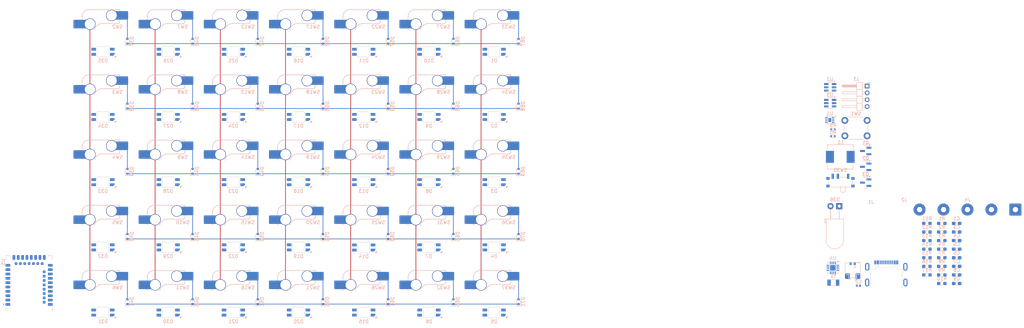
<source format=kicad_pcb>
(kicad_pcb (version 20240108) (generator "pcbnew") (generator_version "8.0")
  (layers (0 "F.Cu" signal) (31 "B.Cu" signal) (34 "B.Paste" user) (35 "F.Paste" user) (36 "B.SilkS" user "B.Silkscreen") (37 "F.SilkS" user "F.Silkscreen") (38 "B.Mask" user) (39 "F.Mask" user) (44 "Edge.Cuts" user))
  (net 0 "")
  (net 1 "GND")
  (net 2 "+3.3V")
  (net 3 "+VSW")
  (net 4 "+5V")
  (net 5 "+BATT")
  (net 6 "row0")
  (net 7 "row1")
  (net 8 "PWR_CUT")
  (net 9 "LED_SERIAL")
  (net 10 "row2")
  (net 11 "row3")
  (net 12 "row4")
  (net 13 "RST")
  (net 14 "D-")
  (net 15 "D+")
  (net 16 "COUPLING_SENS")
  (net 17 "Net-(Q1-G)")
  (net 18 "SYSOFF")
  (net 19 "Net-(Q2-G)")
  (net 20 "SDA")
  (net 21 "SCL")
  (net 22 "EN_LED")
  (net 23 "col2")
  (net 24 "col0")
  (net 25 "col1")
  (net 26 "col3")
  (net 27 "col4")
  (net 28 "col5")
  (net 29 "col6")
  (net 30 "ALERT")
  (net 31 "Net-(U2-VDD)")
  (net 32 "Net-(U5-P0.00{slash}XL1)")
  (net 33 "Net-(U5-P0.01{slash}XL2)")
  (net 34 "Net-(D36-K)")
  (net 36 "Net-(J4-Pin_2)")
  (net 37 "Net-(J4-Pin_3)")
  (net 38 "Net-(U5-DCCH)")
  (net 39 "Net-(U2-CSI)")
  (net 45 "Net-(J2-Pin_2)")
  (net 46 "Net-(D1-DOUT)")
  (net 47 "Net-(D2-DOUT)")
  (net 48 "Net-(D3-DOUT)")
  (net 49 "Net-(D4-DOUT)")
  (net 50 "Net-(D5-DOUT)")
  (net 51 "Net-(D6-DOUT)")
  (net 52 "Net-(D14-DIN)")
  (net 53 "Net-(D8-DIN)")
  (net 54 "Net-(D15-DIN)")
  (net 55 "Net-(D10-DOUT)")
  (net 56 "Net-(D10-DIN)")
  (net 57 "Net-(D11-DIN)")
  (net 58 "Net-(D12-DIN)")
  (net 59 "Net-(D13-DIN)")
  (net 60 "Net-(D15-DOUT)")
  (net 61 "Net-(D16-DOUT)")
  (net 62 "Net-(D17-DOUT)")
  (net 63 "Net-(D18-DOUT)")
  (net 64 "Net-(D19-DOUT)")
  (net 65 "Net-(D20-DOUT)")
  (net 66 "Net-(D21-DOUT)")
  (net 67 "Net-(D22-DIN)")
  (net 68 "Net-(D22-DOUT)")
  (net 69 "Net-(D23-DIN)")
  (net 70 "Net-(D24-DIN)")
  (net 71 "Net-(D25-DIN)")
  (net 72 "Net-(D26-DIN)")
  (net 73 "Net-(D27-DIN)")
  (net 74 "Net-(D29-DOUT)")
  (net 75 "Net-(D30-DOUT)")
  (net 76 "Net-(D31-DOUT)")
  (net 77 "Net-(D32-DOUT)")
  (net 78 "Net-(D33-DOUT)")
  (net 79 "Net-(D34-DOUT)")
  (net 81 "Net-(D37-A)")
  (net 82 "Net-(D38-A)")
  (net 83 "Net-(D39-A)")
  (net 84 "Net-(D40-A)")
  (net 85 "Net-(D41-A)")
  (net 86 "Net-(D42-A)")
  (net 87 "Net-(D43-A)")
  (net 88 "Net-(D44-A)")
  (net 89 "Net-(D45-A)")
  (net 90 "Net-(D46-A)")
  (net 91 "Net-(D47-A)")
  (net 92 "Net-(D48-A)")
  (net 93 "Net-(D49-A)")
  (net 94 "Net-(D50-A)")
  (net 95 "Net-(D51-A)")
  (net 96 "Net-(D52-A)")
  (net 97 "Net-(D53-A)")
  (net 98 "Net-(D54-A)")
  (net 99 "Net-(D55-A)")
  (net 100 "Net-(D56-A)")
  (net 101 "Net-(D57-A)")
  (net 102 "Net-(D58-A)")
  (net 103 "Net-(D59-A)")
  (net 104 "Net-(D60-A)")
  (net 105 "Net-(D61-A)")
  (net 106 "Net-(D62-A)")
  (net 107 "Net-(D63-A)")
  (net 108 "Net-(D64-A)")
  (net 109 "Net-(D65-A)")
  (net 110 "Net-(D66-A)")
  (net 111 "Net-(D67-A)")
  (net 112 "Net-(D68-A)")
  (net 113 "Net-(D69-A)")
  (net 114 "Net-(D70-A)")
  (net 115 "Net-(D71-A)")
  (net 116 "Net-(J1-CC1)")
  (net 117 "Net-(J1-CC2)")
  (net 120 "Net-(Q3-G)")
  (net 121 "Net-(U4-~{CHG})")
  (net 122 "Net-(U4-TS)")
  (net 123 "Net-(U4-TMR)")
  (net 124 "Net-(U4-ILIM)")
  (net 125 "Net-(U4-ISET)")
  (net 126 "Net-(SW30-A)")
  (net 127 "Net-(U2-OD)")
  (net 128 "Net-(U2-OC)")
  (footprint "Resistor_SMD:R_0603_1608Metric_Pad0.98x0.95mm_HandSolder" (layer "B.Cu") (at 354.647382 112.4375 180)
    (property "Reference" "R4")
    (property "Value" "5.1k")
  )
  (footprint "Capacitor_SMD:C_0603_1608Metric_Pad1.08x0.95mm_HandSolder" (layer "B.Cu") (at 358.997382 114.9475 180)
    (property "Reference" "C6")
    (property "Value" "4.7uF")
  )
  (footprint "Package_TO_SOT_SMD:SOT-23" (layer "B.Cu") (at 332.407382 93.0025 180)
    (property "Reference" "Q3")
    (property "Value" "2N7002")
  )
  (footprint "Package_DFN_QFN:VQFN-16-1EP_3x3mm_P0.5mm_EP1.6x1.6mm" (layer "B.Cu") (at 322.827382 117.9075 180)
    (property "Reference" "U4")
    (property "Value" "BQ24075RGT")
  )
  (footprint "Diode_SMD:D_SOD-523" (layer "B.Cu") (at 135.73125 70.64375 90)
    (property "Reference" "D43")
    (property "Value" "1N4148WT")
  )
  (footprint "PCM_marbastlib-mx:SW_MX_HS_CPG151101S11_1u" (layer "B.Cu") (at 185.7375 106.3625 180)
    (property "Reference" "SW25")
    (property "Value" "MX_SW_HS")
  )
  (footprint "PCM_marbastlib-mx:LED_MX_6028R" (layer "B.Cu") (at 109.5375 54.76875 180)
    (property "Reference" "D35")
    (property "Value" "WS2812B")
    (fp_line (start 1.699999 0.702843) (end 1.699999 -0.702841) (stroke (width 0.1)) (layer "Edge.Cuts"))
    (fp_line (start 0.794452 -1.499999) (end -0.794452 -1.499999) (stroke (width 0.1)) (layer "Edge.Cuts"))
    (fp_line (start -0.794453 1.5) (end 0.794452 1.5) (stroke (width 0.1)) (layer "Edge.Cuts"))
    (fp_line (start -1.699999 -0.702841) (end -1.699999 0.702843) (stroke (width 0.1)) (layer "Edge.Cuts"))
    (fp_arc (start 1.749484 0.919721) (mid 1.712526 0.814069) (end 1.699999 0.702843) (stroke (width 0.1)) (layer "Edge.Cuts"))
    (fp_arc (start 1.749484 0.919721) (mid 1.638072 1.504036) (end 1.046711 1.5683) (stroke (width 0.1)) (layer "Edge.Cuts"))
    (fp_arc (start 1.699999 -0.702842) (mid 1.712536 -0.814064) (end 1.749484 -0.919719) (stroke (width 0.1)) (layer "Edge.Cuts"))
    (fp_arc (start 1.046711 -1.568296) (mid 1.63807 -1.504033) (end 1.749484 -0.919719) (stroke (width 0.1)) (layer "Edge.Cuts"))
    (fp_arc (start 1.04671 -1.568298) (mid 0.925122 -1.517376) (end 0.794452 -1.499999) (stroke (width 0.1)) (layer "Edge.Cuts"))
    (fp_arc (start 0.794453 1.500001) (mid 0.925123 1.517378) (end 1.046711 1.5683) (stroke (width 0.1)) (layer "Edge.Cuts"))
    (fp_arc (start -0.794452 -1.499999) (mid -0.925123 -1.517376) (end -1.046711 -1.568298) (stroke (width 0.1)) (layer "Edge.Cuts"))
    (fp_arc (start -1.046711 1.568299) (mid -0.925123 1.517377) (end -0.794453 1.5) (stroke (width 0.1)) (layer "Edge.Cuts"))
    (fp_arc (start -1.046711 1.568299) (mid -1.63807 1.504035) (end -1.749484 0.919721) (stroke (width 0.1)) (layer "Edge.Cuts"))
    (fp_arc (start -1.699999 0.702844) (mid -1.712527 0.814069) (end -1.749484 0.919721) (stroke (width 0.1)) (layer "Edge.Cuts"))
    (fp_arc (start -1.749484 -0.919718) (mid -1.638072 -1.504034) (end -1.046711 -1.568298) (stroke (width 0.1)) (layer "Edge.Cuts"))
    (fp_arc (start -1.749484 -0.919719) (mid -1.712527 -0.814067) (end -1.699999 -0.702841) (stroke (width 0.1)) (layer "Edge.Cuts"))
  )
  (footprint "Diode_SMD:D_SOD-523" (layer "B.Cu") (at 135.73125 89.69375 90)
    (property "Reference" "D44")
    (property "Value" "1N4148WT")
  )
  (footprint "PCM_marbastlib-mx:SW_MX_HS_CPG151101S11_1u" (layer "B.Cu") (at 147.6375 87.3125 180)
    (property "Reference" "SW14")
    (property "Value" "MX_SW_HS")
  )
  (footprint "Diode_SMD:D_SOD-523" (layer "B.Cu") (at 192.88125 70.64375 90)
    (property "Reference" "D58")
    (property "Value" "1N4148WT")
  )
  (footprint "PCM_marbastlib-mx:LED_MX_6028R" (layer "B.Cu") (at 128.5875 73.81875 180)
    (property "Reference" "D27")
    (property "Value" "WS2812B")
    (fp_line (start 1.699999 0.702843) (end 1.699999 -0.702841) (stroke (width 0.1)) (layer "Edge.Cuts"))
    (fp_line (start 0.794452 -1.499999) (end -0.794452 -1.499999) (stroke (width 0.1)) (layer "Edge.Cuts"))
    (fp_line (start -0.794453 1.5) (end 0.794452 1.5) (stroke (width 0.1)) (layer "Edge.Cuts"))
    (fp_line (start -1.699999 -0.702841) (end -1.699999 0.702843) (stroke (width 0.1)) (layer "Edge.Cuts"))
    (fp_arc (start 1.749484 0.919721) (mid 1.712526 0.814069) (end 1.699999 0.702843) (stroke (width 0.1)) (layer "Edge.Cuts"))
    (fp_arc (start 1.749484 0.919721) (mid 1.638072 1.504036) (end 1.046711 1.5683) (stroke (width 0.1)) (layer "Edge.Cuts"))
    (fp_arc (start 1.699999 -0.702842) (mid 1.712536 -0.814064) (end 1.749484 -0.919719) (stroke (width 0.1)) (layer "Edge.Cuts"))
    (fp_arc (start 1.046711 -1.568296) (mid 1.63807 -1.504033) (end 1.749484 -0.919719) (stroke (width 0.1)) (layer "Edge.Cuts"))
    (fp_arc (start 1.04671 -1.568298) (mid 0.925122 -1.517376) (end 0.794452 -1.499999) (stroke (width 0.1)) (layer "Edge.Cuts"))
    (fp_arc (start 0.794453 1.500001) (mid 0.925123 1.517378) (end 1.046711 1.5683) (stroke (width 0.1)) (layer "Edge.Cuts"))
    (fp_arc (start -0.794452 -1.499999) (mid -0.925123 -1.517376) (end -1.046711 -1.568298) (stroke (width 0.1)) (layer "Edge.Cuts"))
    (fp_arc (start -1.046711 1.568299) (mid -0.925123 1.517377) (end -0.794453 1.5) (stroke (width 0.1)) (layer "Edge.Cuts"))
    (fp_arc (start -1.046711 1.568299) (mid -1.63807 1.504035) (end -1.749484 0.919721) (stroke (width 0.1)) (layer "Edge.Cuts"))
    (fp_arc (start -1.699999 0.702844) (mid -1.712527 0.814069) (end -1.749484 0.919721) (stroke (width 0.1)) (layer "Edge.Cuts"))
    (fp_arc (start -1.749484 -0.919718) (mid -1.638072 -1.504034) (end -1.046711 -1.568298) (stroke (width 0.1)) (layer "Edge.Cuts"))
    (fp_arc (start -1.749484 -0.919719) (mid -1.712527 -0.814067) (end -1.699999 -0.702841) (stroke (width 0.1)) (layer "Edge.Cuts"))
  )
  (footprint "Resistor_SMD:R_0603_1608Metric_Pad0.98x0.95mm_HandSolder" (layer "B.Cu") (at 354.647382 114.9475 180)
    (property "Reference" "R7")
    (property "Value" "1.5k")
  )
  (footprint "Diode_SMD:D_SOD-523" (layer "B.Cu") (at 192.88125 127.79375 90)
    (property "Reference" "D61")
    (property "Value" "1N4148WT")
  )
  (footprint "Diode_SMD:D_SOD-523" (layer "B.Cu") (at 154.78125 127.79375 90)
    (property "Reference" "D51")
    (property "Value" "1N4148WT")
  )
  (footprint "PCM_marbastlib-mx:LED_MX_6028R" (layer "B.Cu") (at 109.5375 92.86875 180)
    (property "Reference" "D33")
    (property "Value" "WS2812B")
    (fp_line (start 1.699999 0.702843) (end 1.699999 -0.702841) (stroke (width 0.1)) (layer "Edge.Cuts"))
    (fp_line (start 0.794452 -1.499999) (end -0.794452 -1.499999) (stroke (width 0.1)) (layer "Edge.Cuts"))
    (fp_line (start -0.794453 1.5) (end 0.794452 1.5) (stroke (width 0.1)) (layer "Edge.Cuts"))
    (fp_line (start -1.699999 -0.702841) (end -1.699999 0.702843) (stroke (width 0.1)) (layer "Edge.Cuts"))
    (fp_arc (start 1.749484 0.919721) (mid 1.712526 0.814069) (end 1.699999 0.702843) (stroke (width 0.1)) (layer "Edge.Cuts"))
    (fp_arc (start 1.749484 0.919721) (mid 1.638072 1.504036) (end 1.046711 1.5683) (stroke (width 0.1)) (layer "Edge.Cuts"))
    (fp_arc (start 1.699999 -0.702842) (mid 1.712536 -0.814064) (end 1.749484 -0.919719) (stroke (width 0.1)) (layer "Edge.Cuts"))
    (fp_arc (start 1.046711 -1.568296) (mid 1.63807 -1.504033) (end 1.749484 -0.919719) (stroke (width 0.1)) (layer "Edge.Cuts"))
    (fp_arc (start 1.04671 -1.568298) (mid 0.925122 -1.517376) (end 0.794452 -1.499999) (stroke (width 0.1)) (layer "Edge.Cuts"))
    (fp_arc (start 0.794453 1.500001) (mid 0.925123 1.517378) (end 1.046711 1.5683) (stroke (width 0.1)) (layer "Edge.Cuts"))
    (fp_arc (start -0.794452 -1.499999) (mid -0.925123 -1.517376) (end -1.046711 -1.568298) (stroke (width 0.1)) (layer "Edge.Cuts"))
    (fp_arc (start -1.046711 1.568299) (mid -0.925123 1.517377) (end -0.794453 1.5) (stroke (width 0.1)) (layer "Edge.Cuts"))
    (fp_arc (start -1.046711 1.568299) (mid -1.63807 1.504035) (end -1.749484 0.919721) (stroke (width 0.1)) (layer "Edge.Cuts"))
    (fp_arc (start -1.699999 0.702844) (mid -1.712527 0.814069) (end -1.749484 0.919721) (stroke (width 0.1)) (layer "Edge.Cuts"))
    (fp_arc (start -1.749484 -0.919718) (mid -1.638072 -1.504034) (end -1.046711 -1.568298) (stroke (width 0.1)) (layer "Edge.Cuts"))
    (fp_arc (start -1.749484 -0.919719) (mid -1.712527 -0.814067) (end -1.699999 -0.702841) (stroke (width 0.1)) (layer "Edge.Cuts"))
  )
  (footprint "PCM_marbastlib-mx:SW_MX_HS_CPG151101S11_1u" (layer "B.Cu") (at 166.6875 125.4125 180)
    (property "Reference" "SW21")
    (property "Value" "MX_SW_HS")
  )
  (footprint "Diode_SMD:D_SOD-523" (layer "B.Cu") (at 154.78125 89.69375 90)
    (property "Reference" "D49")
    (property "Value" "1N4148WT")
  )
  (footprint "PCM_marbastlib-mx:SW_MX_HS_CPG151101S11_1u" (layer "B.Cu") (at 166.6875 68.2625 180)
    (property "Reference" "SW18")
    (property "Value" "MX_SW_HS")
  )
  (footprint "PCM_marbastlib-mx:LED_MX_6028R" (layer "B.Cu") (at 204.7875 92.86875 180)
    (property "Reference" "D8")
    (property "Value" "WS2812B")
    (fp_line (start 1.699999 0.702843) (end 1.699999 -0.702841) (stroke (width 0.1)) (layer "Edge.Cuts"))
    (fp_line (start 0.794452 -1.499999) (end -0.794452 -1.499999) (stroke (width 0.1)) (layer "Edge.Cuts"))
    (fp_line (start -0.794453 1.5) (end 0.794452 1.5) (stroke (width 0.1)) (layer "Edge.Cuts"))
    (fp_line (start -1.699999 -0.702841) (end -1.699999 0.702843) (stroke (width 0.1)) (layer "Edge.Cuts"))
    (fp_arc (start 1.749484 0.919721) (mid 1.712526 0.814069) (end 1.699999 0.702843) (stroke (width 0.1)) (layer "Edge.Cuts"))
    (fp_arc (start 1.749484 0.919721) (mid 1.638072 1.504036) (end 1.046711 1.5683) (stroke (width 0.1)) (layer "Edge.Cuts"))
    (fp_arc (start 1.699999 -0.702842) (mid 1.712536 -0.814064) (end 1.749484 -0.919719) (stroke (width 0.1)) (layer "Edge.Cuts"))
    (fp_arc (start 1.046711 -1.568296) (mid 1.63807 -1.504033) (end 1.749484 -0.919719) (stroke (width 0.1)) (layer "Edge.Cuts"))
    (fp_arc (start 1.04671 -1.568298) (mid 0.925122 -1.517376) (end 0.794452 -1.499999) (stroke (width 0.1)) (layer "Edge.Cuts"))
    (fp_arc (start 0.794453 1.500001) (mid 0.925123 1.517378) (end 1.046711 1.5683) (stroke (width 0.1)) (layer "Edge.Cuts"))
    (fp_arc (start -0.794452 -1.499999) (mid -0.925123 -1.517376) (end -1.046711 -1.568298) (stroke (width 0.1)) (layer "Edge.Cuts"))
    (fp_arc (start -1.046711 1.568299) (mid -0.925123 1.517377) (end -0.794453 1.5) (stroke (width 0.1)) (layer "Edge.Cuts"))
    (fp_arc (start -1.046711 1.568299) (mid -1.63807 1.504035) (end -1.749484 0.919721) (stroke (width 0.1)) (layer "Edge.Cuts"))
    (fp_arc (start -1.699999 0.702844) (mid -1.712527 0.814069) (end -1.749484 0.919721) (stroke (width 0.1)) (layer "Edge.Cuts"))
    (fp_arc (start -1.749484 -0.919718) (mid -1.638072 -1.504034) (end -1.046711 -1.568298) (stroke (width 0.1)) (layer "Edge.Cuts"))
    (fp_arc (start -1.749484 -0.919719) (mid -1.712527 -0.814067) (end -1.699999 -0.702841) (stroke (width 0.1)) (layer "Edge.Cuts"))
  )
  (footprint "PCM_marbastlib-mx:SW_MX_HS_CPG151101S11_1u" (layer "B.Cu") (at 223.8375 87.3125 180)
    (property "Reference" "SW35")
    (property "Value" "MX_SW_HS")
  )
  (footprint "Capacitor_SMD:C_0603_1608Metric_Pad1.08x0.95mm_HandSolder" (layer "B.Cu") (at 358.997382 119.9675 180)
    (property "Reference" "C8")
    (property "Value" "12pF")
  )
  (footprint "LED_THT:LED_D5.0mm_Horizontal_O3.81mm_Z9.0mm" (layer "B.Cu") (at 324.677382 99.8775 180)
    (property "Reference" "D36")
    (property "Value" "LED")
  )
  (footprint "Resistor_SMD:R_0603_1608Metric_Pad0.98x0.95mm_HandSolder" (layer "B.Cu") (at 354.647382 107.4175 180)
    (property "Reference" "R2")
    (property "Value" "5.1k")
  )
  (footprint "PCM_marbastlib-mx:LED_MX_6028R" (layer "B.Cu") (at 109.5375 130.96875 180)
    (property "Reference" "D31")
    (property "Value" "WS2812B")
    (fp_line (start 1.699999 0.702843) (end 1.699999 -0.702841) (stroke (width 0.1)) (layer "Edge.Cuts"))
    (fp_line (start 0.794452 -1.499999) (end -0.794452 -1.499999) (stroke (width 0.1)) (layer "Edge.Cuts"))
    (fp_line (start -0.794453 1.5) (end 0.794452 1.5) (stroke (width 0.1)) (layer "Edge.Cuts"))
    (fp_line (start -1.699999 -0.702841) (end -1.699999 0.702843) (stroke (width 0.1)) (layer "Edge.Cuts"))
    (fp_arc (start 1.749484 0.919721) (mid 1.712526 0.814069) (end 1.699999 0.702843) (stroke (width 0.1)) (layer "Edge.Cuts"))
    (fp_arc (start 1.749484 0.919721) (mid 1.638072 1.504036) (end 1.046711 1.5683) (stroke (width 0.1)) (layer "Edge.Cuts"))
    (fp_arc (start 1.699999 -0.702842) (mid 1.712536 -0.814064) (end 1.749484 -0.919719) (stroke (width 0.1)) (layer "Edge.Cuts"))
    (fp_arc (start 1.046711 -1.568296) (mid 1.63807 -1.504033) (end 1.749484 -0.919719) (stroke (width 0.1)) (layer "Edge.Cuts"))
    (fp_arc (start 1.04671 -1.568298) (mid 0.925122 -1.517376) (end 0.794452 -1.499999) (stroke (width 0.1)) (layer "Edge.Cuts"))
    (fp_arc (start 0.794453 1.500001) (mid 0.925123 1.517378) (end 1.046711 1.5683) (stroke (width 0.1)) (layer "Edge.Cuts"))
    (fp_arc (start -0.794452 -1.499999) (mid -0.925123 -1.517376) (end -1.046711 -1.568298) (stroke (width 0.1)) (layer "Edge.Cuts"))
    (fp_arc (start -1.046711 1.568299) (mid -0.925123 1.517377) (end -0.794453 1.5) (stroke (width 0.1)) (layer "Edge.Cuts"))
    (fp_arc (start -1.046711 1.568299) (mid -1.63807 1.504035) (end -1.749484 0.919721) (stroke (width 0.1)) (layer "Edge.Cuts"))
    (fp_arc (start -1.699999 0.702844) (mid -1.712527 0.814069) (end -1.749484 0.919721) (stroke (width 0.1)) (layer "Edge.Cuts"))
    (fp_arc (start -1.749484 -0.919718) (mid -1.638072 -1.504034) (end -1.046711 -1.568298) (stroke (width 0.1)) (layer "Edge.Cuts"))
    (fp_arc (start -1.749484 -0.919719) (mid -1.712527 -0.814067) (end -1.699999 -0.702841) (stroke (width 0.1)) (layer "Edge.Cuts"))
  )
  (footprint "Diode_SMD:D_SOD-523" (layer "B.Cu") (at 173.83125 51.6875 90)
    (property "Reference" "D52")
    (property "Value" "1N4148WT")
  )
  (footprint "Diode_SMD:D_SOD-523" (layer "B.Cu") (at 154.78125 108.74375 90)
    (property "Reference" "D50")
    (property "Value" "1N4148WT")
  )
  (footprint "PCM_marbastlib-mx:LED_MX_6028R" (layer "B.Cu") (at 147.6375 111.91875 180)
    (property "Reference" "D22")
    (property "Value" "WS2812B")
    (fp_line (start 1.699999 0.702843) (end 1.699999 -0.702841) (stroke (width 0.1)) (layer "Edge.Cuts"))
    (fp_line (start 0.794452 -1.499999) (end -0.794452 -1.499999) (stroke (width 0.1)) (layer "Edge.Cuts"))
    (fp_line (start -0.794453 1.5) (end 0.794452 1.5) (stroke (width 0.1)) (layer "Edge.Cuts"))
    (fp_line (start -1.699999 -0.702841) (end -1.699999 0.702843) (stroke (width 0.1)) (layer "Edge.Cuts"))
    (fp_arc (start 1.749484 0.919721) (mid 1.712526 0.814069) (end 1.699999 0.702843) (stroke (width 0.1)) (layer "Edge.Cuts"))
    (fp_arc (start 1.749484 0.919721) (mid 1.638072 1.504036) (end 1.046711 1.5683) (stroke (width 0.1)) (layer "Edge.Cuts"))
    (fp_arc (start 1.699999 -0.702842) (mid 1.712536 -0.814064) (end 1.749484 -0.919719) (stroke (width 0.1)) (layer "Edge.Cuts"))
    (fp_arc (start 1.046711 -1.568296) (mid 1.63807 -1.504033) (end 1.749484 -0.919719) (stroke (width 0.1)) (layer "Edge.Cuts"))
    (fp_arc (start 1.04671 -1.568298) (mid 0.925122 -1.517376) (end 0.794452 -1.499999) (stroke (width 0.1)) (layer "Edge.Cuts"))
    (fp_arc (start 0.794453 1.500001) (mid 0.925123 1.517378) (end 1.046711 1.5683) (stroke (width 0.1)) (layer "Edge.Cuts"))
    (fp_arc (start -0.794452 -1.499999) (mid -0.925123 -1.517376) (end -1.046711 -1.568298) (stroke (width 0.1)) (layer "Edge.Cuts"))
    (fp_arc (start -1.046711 1.568299) (mid -0.925123 1.517377) (end -0.794453 1.5) (stroke (width 0.1)) (layer "Edge.Cuts"))
    (fp_arc (start -1.046711 1.568299) (mid -1.63807 1.504035) (end -1.749484 0.919721) (stroke (width 0.1)) (layer "Edge.Cuts"))
    (fp_arc (start -1.699999 0.702844) (mid -1.712527 0.814069) (end -1.749484 0.919721) (stroke (width 0.1)) (layer "Edge.Cuts"))
    (fp_arc (start -1.749484 -0.919718) (mid -1.638072 -1.504034) (end -1.046711 -1.568298) (stroke (width 0.1)) (layer "Edge.Cuts"))
    (fp_arc (start -1.749484 -0.919719) (mid -1.712527 -0.814067) (end -1.699999 -0.702841) (stroke (width 0.1)) (layer "Edge.Cuts"))
  )
  (footprint "PCM_marbastlib-mx:SW_MX_HS_CPG151101S11_1u" (layer "B.Cu") (at 185.7375 125.4125 180)
    (property "Reference" "SW26")
    (property "Value" "MX_SW_HS")
  )
  (footprint "Package_TO_SOT_SMD:SOT-23" (layer "B.Cu") (at 332.407382 88.3775 180)
    (property "Reference" "Q2")
    (property "Value" "2N7002")
  )
  (footprint "PCM_marbastlib-mx:LED_MX_6028R" (layer "B.Cu") (at 185.7375 73.81875 180)
    (property "Reference" "D12")
    (property "Value" "WS2812B")
    (fp_line (start 1.699999 0.702843) (end 1.699999 -0.702841) (stroke (width 0.1)) (layer "Edge.Cuts"))
    (fp_line (start 0.794452 -1.499999) (end -0.794452 -1.499999) (stroke (width 0.1)) (layer "Edge.Cuts"))
    (fp_line (start -0.794453 1.5) (end 0.794452 1.5) (stroke (width 0.1)) (layer "Edge.Cuts"))
    (fp_line (start -1.699999 -0.702841) (end -1.699999 0.702843) (stroke (width 0.1)) (layer "Edge.Cuts"))
    (fp_arc (start 1.749484 0.919721) (mid 1.712526 0.814069) (end 1.699999 0.702843) (stroke (width 0.1)) (layer "Edge.Cuts"))
    (fp_arc (start 1.749484 0.919721) (mid 1.638072 1.504036) (end 1.046711 1.5683) (stroke (width 0.1)) (layer "Edge.Cuts"))
    (fp_arc (start 1.699999 -0.702842) (mid 1.712536 -0.814064) (end 1.749484 -0.919719) (stroke (width 0.1)) (layer "Edge.Cuts"))
    (fp_arc (start 1.046711 -1.568296) (mid 1.63807 -1.504033) (end 1.749484 -0.919719) (stroke (width 0.1)) (layer "Edge.Cuts"))
    (fp_arc (start 1.04671 -1.568298) (mid 0.925122 -1.517376) (end 0.794452 -1.499999) (stroke (width 0.1)) (layer "Edge.Cuts"))
    (fp_arc (start 0.794453 1.500001) (mid 0.925123 1.517378) (end 1.046711 1.5683) (stroke (width 0.1)) (layer "Edge.Cuts"))
    (fp_arc (start -0.794452 -1.499999) (mid -0.925123 -1.517376) (end -1.046711 -1.568298) (stroke (width 0.1)) (layer "Edge.Cuts"))
    (fp_arc (start -1.046711 1.568299) (mid -0.925123 1.517377) (end -0.794453 1.5) (stroke (width 0.1)) (layer "Edge.Cuts"))
    (fp_arc (start -1.046711 1.568299) (mid -1.63807 1.504035) (end -1.749484 0.919721) (stroke (width 0.1)) (layer "Edge.Cuts"))
    (fp_arc (start -1.699999 0.702844) (mid -1.712527 0.814069) (end -1.749484 0.919721) (stroke (width 0.1)) (layer "Edge.Cuts"))
    (fp_arc (start -1.749484 -0.919718) (mid -1.638072 -1.504034) (end -1.046711 -1.568298) (stroke (width 0.1)) (layer "Edge.Cuts"))
    (fp_arc (start -1.749484 -0.919719) (mid -1.712527 -0.814067) (end -1.699999 -0.702841) (stroke (width 0.1)) (layer "Edge.Cuts"))
  )
  (footprint "Resistor_SMD:R_0603_1608Metric_Pad0.98x0.95mm_HandSolder" (layer "B.Cu") (at 350.297382 104.9075 180)
    (property "Reference" "R11")
    (property "Value" "450")
  )
  (footprint "PCM_marbastlib-various:nRF52840_E73-2G4M08S1C" (layer "B.Cu") (at 87.95625 123.5575)
    (property "Reference" "U5")
    (property "Value" "nRF52840_E73-2G4M08S1C" (hide yes))
  )
  (footprint "Diode_SMD:D_SOD-523" (layer "B.Cu") (at 211.93125 51.6875 90)
    (property "Reference" "D62")
    (property "Value" "1N4148WT")
  )
  (footprint "PCM_marbastlib-mx:SW_MX_HS_CPG151101S11_1u" (layer "B.Cu") (at 147.6375 68.2625 180)
    (property "Reference" "SW13")
    (property "Value" "MX_SW_HS")
  )
  (footprint "Resistor_SMD:R_0603_1608Metric_Pad0.98x0.95mm_HandSolder" (layer "B.Cu") (at 350.297382 119.9675 180)
    (property "Reference" "R17")
    (property "Value" "10k")
  )
  (footprint "PCM_marbastlib-mx:LED_MX_6028R" (layer "B.Cu") (at 166.6875 73.81875 180)
    (property "Reference" "D17")
    (property "Value" "WS2812B")
    (fp_line (start 1.699999 0.702843) (end 1.699999 -0.702841) (stroke (width 0.1)) (layer "Edge.Cuts"))
    (fp_line (start 0.794452 -1.499999) (end -0.794452 -1.499999) (stroke (width 0.1)) (layer "Edge.Cuts"))
    (fp_line (start -0.794453 1.5) (end 0.794452 1.5) (stroke (width 0.1)) (layer "Edge.Cuts"))
    (fp_line (start -1.699999 -0.702841) (end -1.699999 0.702843) (stroke (width 0.1)) (layer "Edge.Cuts"))
    (fp_arc (start 1.749484 0.919721) (mid 1.712526 0.814069) (end 1.699999 0.702843) (stroke (width 0.1)) (layer "Edge.Cuts"))
    (fp_arc (start 1.749484 0.919721) (mid 1.638072 1.504036) (end 1.046711 1.5683) (stroke (width 0.1)) (layer "Edge.Cuts"))
    (fp_arc (start 1.699999 -0.702842) (mid 1.712536 -0.814064) (end 1.749484 -0.919719) (stroke (width 0.1)) (layer "Edge.Cuts"))
    (fp_arc (start 1.046711 -1.568296) (mid 1.63807 -1.504033) (end 1.749484 -0.919719) (stroke (width 0.1)) (layer "Edge.Cuts"))
    (fp_arc (start 1.04671 -1.568298) (mid 0.925122 -1.517376) (end 0.794452 -1.499999) (stroke (width 0.1)) (layer "Edge.Cuts"))
    (fp_arc (start 0.794453 1.500001) (mid 0.925123 1.517378) (end 1.046711 1.5683) (stroke (width 0.1)) (layer "Edge.Cuts"))
    (fp_arc (start -0.794452 -1.499999) (mid -0.925123 -1.517376) (end -1.046711 -1.568298) (stroke (width 0.1)) (layer "Edge.Cuts"))
    (fp_arc (start -1.046711 1.568299) (mid -0.925123 1.517377) (end -0.794453 1.5) (stroke (width 0.1)) (layer "Edge.Cuts"))
    (fp_arc (start -1.046711 1.568299) (mid -1.63807 1.504035) (end -1.749484 0.919721) (stroke (width 0.1)) (layer "Edge.Cuts"))
    (fp_arc (start -1.699999 0.702844) (mid -1.712527 0.814069) (end -1.749484 0.919721) (stroke (width 0.1)) (layer "Edge.Cuts"))
    (fp_arc (start -1.749484 -0.919718) (mid -1.638072 -1.504034) (end -1.046711 -1.568298) (stroke (width 0.1)) (layer "Edge.Cuts"))
    (fp_arc (start -1.749484 -0.919719) (mid -1.712527 -0.814067) (end -1.699999 -0.702841) (stroke (width 0.1)) (layer "Edge.Cuts"))
  )
  (footprint "PCM_marbastlib-mx:SW_MX_HS_CPG151101S11_1u" (layer "B.Cu") (at 204.7875 106.3625 180)
    (property "Reference" "SW31")
    (property "Value" "MX_SW_HS")
  )
  (footprint "Resistor_SMD:R_0603_1608Metric_Pad0.98x0.95mm_HandSolder" (layer "B.Cu") (at 350.297382 109.9275 180)
    (property "Reference" "R13")
    (property "Value" "100")
  )
  (footprint "PCM_marbastlib-various:USB_C_Receptacle_HRO_TYPE-C-31-M-14" (layer "B.Cu") (at 338.427382 117.5025 180)
    (property "Reference" "J1")
    (property "Value" "USB_C_Receptacle_USB2.0_16P")
    (fp_line (start 4.545001 -0.905) (end 3.395 -0.905) (stroke (width 0.08)) (layer "Edge.Cuts"))
    (fp_line (start 4.545001 -6.435) (end 4.545001 -2.075821) (stroke (width 0.08)) (layer "Edge.Cuts"))
    (fp_line (start 3.195001 -0.705) (end 3.195001 -0.505) (stroke (width 0.08)) (layer "Edge.Cuts"))
    (fp_line (start 2.088783 -0.355) (end -0.004999 -0.355) (stroke (width 0.08)) (layer "Edge.Cuts"))
    (fp_line (start -2.098781 -0.355) (end -0.004999 -0.355) (stroke (width 0.08)) (layer "Edge.Cuts"))
    (fp_line (start -3.204999 -0.705) (end -3.204999 -0.505) (stroke (width 0.08)) (layer "Edge.Cuts"))
    (fp_line (start -4.554999 -0.905) (end -3.404998 -0.905) (stroke (width 0.08)) (layer "Edge.Cuts"))
    (fp_line (start -4.554999 -6.435) (end -4.554999 -2.075821) (stroke (width 0.08)) (layer "Edge.Cuts"))
    (fp_arc (start 4.687858 -1.884158) (mid 5.039763 -1.332815) (end 4.545001 -0.904999) (stroke (width 0.08)) (layer "Edge.Cuts"))
    (fp_arc (start 4.687858 -1.884158) (mid 4.584652 -1.9563) (end 4.545001 -2.075821) (stroke (width 0.08)) (layer "Edge.Cuts"))
    (fp_arc (start 3.195001 -0.505) (mid 2.82441 -0.022036) (end 2.261988 -0.255) (stroke (width 0.08)) (layer "Edge.Cuts"))
    (fp_arc (start 3.195001 -0.705) (mid 3.253579 -0.846421) (end 3.395 -0.904999) (stroke (width 0.08)) (layer "Edge.Cuts"))
    (fp_arc (start 2.088783 -0.355) (mid 2.188789 -0.328211) (end 2.261988 -0.255) (stroke (width 0.08)) (layer "Edge.Cuts"))
    (fp_arc (start -2.271986 -0.255) (mid -2.198781 -0.328205) (end -2.098781 -0.355) (stroke (width 0.08)) (layer "Edge.Cuts"))
    (fp_arc (start -2.271986 -0.255) (mid -2.834409 -0.022037) (end -3.204999 -0.505) (stroke (width 0.08)) (layer "Edge.Cuts"))
    (fp_arc (start -3.404998 -0.905) (mid -3.263577 -0.846421) (end -3.204998 -0.705) (stroke (width 0.08)) (layer "Edge.Cuts"))
    (fp_arc (start -4.554999 -0.905) (mid -5.04976 -1.332815) (end -4.697856 -1.884157) (stroke (width 0.08)) (layer "Edge.Cuts"))
    (fp_arc (start -4.554999 -2.075821) (mid -4.594642 -1.956298) (end -4.697856 -1.884158) (stroke (width 0.08)) (layer "Edge.Cuts"))
  )
  (footprint "Diode_SMD:D_SOD-523" (layer "B.Cu") (at 116.68125 127.79375 90)
    (property "Reference" "D41")
    (property "Value" "1N4148WT")
  )
  (footprint "PCM_marbastlib-mx:LED_MX_6028R" (layer "B.Cu") (at 147.6375 54.76875 180)
    (property "Reference" "D25")
    (property "Value" "WS2812B")
    (fp_line (start 1.699999 0.702843) (end 1.699999 -0.702841) (stroke (width 0.1)) (layer "Edge.Cuts"))
    (fp_line (start 0.794452 -1.499999) (end -0.794452 -1.499999) (stroke (width 0.1)) (layer "Edge.Cuts"))
    (fp_line (start -0.794453 1.5) (end 0.794452 1.5) (stroke (width 0.1)) (layer "Edge.Cuts"))
    (fp_line (start -1.699999 -0.702841) (end -1.699999 0.702843) (stroke (width 0.1)) (layer "Edge.Cuts"))
    (fp_arc (start 1.749484 0.919721) (mid 1.712526 0.814069) (end 1.699999 0.702843) (stroke (width 0.1)) (layer "Edge.Cuts"))
    (fp_arc (start 1.749484 0.919721) (mid 1.638072 1.504036) (end 1.046711 1.5683) (stroke (width 0.1)) (layer "Edge.Cuts"))
    (fp_arc (start 1.699999 -0.702842) (mid 1.712536 -0.814064) (end 1.749484 -0.919719) (stroke (width 0.1)) (layer "Edge.Cuts"))
    (fp_arc (start 1.046711 -1.568296) (mid 1.63807 -1.504033) (end 1.749484 -0.919719) (stroke (width 0.1)) (layer "Edge.Cuts"))
    (fp_arc (start 1.04671 -1.568298) (mid 0.925122 -1.517376) (end 0.794452 -1.499999) (stroke (width 0.1)) (layer "Edge.Cuts"))
    (fp_arc (start 0.794453 1.500001) (mid 0.925123 1.517378) (end 1.046711 1.5683) (stroke (width 0.1)) (layer "Edge.Cuts"))
    (fp_arc (start -0.794452 -1.499999) (mid -0.925123 -1.517376) (end -1.046711 -1.568298) (stroke (width 0.1)) (layer "Edge.Cuts"))
    (fp_arc (start -1.046711 1.568299) (mid -0.925123 1.517377) (end -0.794453 1.5) (stroke (width 0.1)) (layer "Edge.Cuts"))
    (fp_arc (start -1.046711 1.568299) (mid -1.63807 1.504035) (end -1.749484 0.919721) (stroke (width 0.1)) (layer "Edge.Cuts"))
    (fp_arc (start -1.699999 0.702844) (mid -1.712527 0.814069) (end -1.749484 0.919721) (stroke (width 0.1)) (layer "Edge.Cuts"))
    (fp_arc (start -1.749484 -0.919718) (mid -1.638072 -1.504034) (end -1.046711 -1.568298) (stroke (width 0.1)) (layer "Edge.Cuts"))
    (fp_arc (start -1.749484 -0.919719) (mid -1.712527 -0.814067) (end -1.699999 -0.702841) (stroke (width 0.1)) (layer "Edge.Cuts"))
  )
  (footprint "PCM_marbastlib-mx:LED_MX_6028R" (layer "B.Cu") (at 223.8375 130.96875 180)
    (property "Reference" "D5")
    (property "Value" "WS2812B")
    (fp_line (start 1.699999 0.702843) (end 1.699999 -0.702841) (stroke (width 0.1)) (layer "Edge.Cuts"))
    (fp_line (start 0.794452 -1.499999) (end -0.794452 -1.499999) (stroke (width 0.1)) (layer "Edge.Cuts"))
    (fp_line (start -0.794453 1.5) (end 0.794452 1.5) (stroke (width 0.1)) (layer "Edge.Cuts"))
    (fp_line (start -1.699999 -0.702841) (end -1.699999 0.702843) (stroke (width 0.1)) (layer "Edge.Cuts"))
    (fp_arc (start 1.749484 0.919721) (mid 1.712526 0.814069) (end 1.699999 0.702843) (stroke (width 0.1)) (layer "Edge.Cuts"))
    (fp_arc (start 1.749484 0.919721) (mid 1.638072 1.504036) (end 1.046711 1.5683) (stroke (width 0.1)) (layer "Edge.Cuts"))
    (fp_arc (start 1.699999 -0.702842) (mid 1.712536 -0.814064) (end 1.749484 -0.919719) (stroke (width 0.1)) (layer "Edge.Cuts"))
    (fp_arc (start 1.046711 -1.568296) (mid 1.63807 -1.504033) (end 1.749484 -0.919719) (stroke (width 0.1)) (layer "Edge.Cuts"))
    (fp_arc (start 1.04671 -1.568298) (mid 0.925122 -1.517376) (end 0.794452 -1.499999) (stroke (width 0.1)) (layer "Edge.Cuts"))
    (fp_arc (start 0.794453 1.500001) (mid 0.925123 1.517378) (end 1.046711 1.5683) (stroke (width 0.1)) (layer "Edge.Cuts"))
    (fp_arc (start -0.794452 -1.499999) (mid -0.925123 -1.517376) (end -1.046711 -1.568298) (stroke (width 0.1)) (layer "Edge.Cuts"))
    (fp_arc (start -1.046711 1.568299) (mid -0.925123 1.517377) (end -0.794453 1.5) (stroke (width 0.1)) (layer "Edge.Cuts"))
    (fp_arc (start -1.046711 1.568299) (mid -1.63807 1.504035) (end -1.749484 0.919721) (stroke (width 0.1)) (layer "Edge.Cuts"))
    (fp_arc (start -1.699999 0.702844) (mid -1.712527 0.814069) (end -1.749484 0.919721) (stroke (width 0.1)) (layer "Edge.Cuts"))
    (fp_arc (start -1.749484 -0.919718) (mid -1.638072 -1.504034) (end -1.046711 -1.568298) (stroke (width 0.1)) (layer "Edge.Cuts"))
    (fp_arc (start -1.749484 -0.919719) (mid -1.712527 -0.814067) (end -1.699999 -0.702841) (stroke (width 0.1)) (layer "Edge.Cuts"))
  )
  (footprint "Diode_SMD:D_SOD-523" (layer "B.Cu") (at 211.93125 70.64375 90)
    (property "Reference" "D63")
    (property "Value" "1N4148WT")
  )
  (footprint "PCM_marbastlib-mx:LED_MX_6028R" (layer "B.Cu") (at 166.6875 111.91875 180)
    (property "Reference" "D19")
    (property "Value" "WS2812B")
    (fp_line (start 1.699999 0.702843) (end 1.699999 -0.702841) (stroke (width 0.1)) (layer "Edge.Cuts"))
    (fp_line (start 0.794452 -1.499999) (end -0.794452 -1.499999) (stroke (width 0.1)) (layer "Edge.Cuts"))
    (fp_line (start -0.794453 1.5) (end 0.794452 1.5) (stroke (width 0.1)) (layer "Edge.Cuts"))
    (fp_line (start -1.699999 -0.702841) (end -1.699999 0.702843) (stroke (width 0.1)) (layer "Edge.Cuts"))
    (fp_arc (start 1.749484 0.919721) (mid 1.712526 0.814069) (end 1.699999 0.702843) (stroke (width 0.1)) (layer "Edge.Cuts"))
    (fp_arc (start 1.749484 0.919721) (mid 1.638072 1.504036) (end 1.046711 1.5683) (stroke (width 0.1)) (layer "Edge.Cuts"))
    (fp_arc (start 1.699999 -0.702842) (mid 1.712536 -0.814064) (end 1.749484 -0.919719) (stroke (width 0.1)) (layer "Edge.Cuts"))
    (fp_arc (start 1.046711 -1.568296) (mid 1.63807 -1.504033) (end 1.749484 -0.919719) (stroke (width 0.1)) (layer "Edge.Cuts"))
    (fp_arc (start 1.04671 -1.568298) (mid 0.925122 -1.517376) (end 0.794452 -1.499999) (stroke (width 0.1)) (layer "Edge.Cuts"))
    (fp_arc (start 0.794453 1.500001) (mid 0.925123 1.517378) (end 1.046711 1.5683) (stroke (width 0.1)) (layer "Edge.Cuts"))
    (fp_arc (start -0.794452 -1.499999) (mid -0.925123 -1.517376) (end -1.046711 -1.568298) (stroke (width 0.1)) (layer "Edge.Cuts"))
    (fp_arc (start -1.046711 1.568299) (mid -0.925123 1.517377) (end -0.794453 1.5) (stroke (width 0.1)) (layer "Edge.Cuts"))
    (fp_arc (start -1.046711 1.568299) (mid -1.63807 1.504035) (end -1.749484 0.919721) (stroke (width 0.1)) (layer "Edge.Cuts"))
    (fp_arc (start -1.699999 0.702844) (mid -1.712527 0.814069) (end -1.749484 0.919721) (stroke (width 0.1)) (layer "Edge.Cuts"))
    (fp_arc (start -1.749484 -0.919718) (mid -1.638072 -1.504034) (end -1.046711 -1.568298) (stroke (width 0.1)) (layer "Edge.Cuts"))
    (fp_arc (start -1.749484 -0.919719) (mid -1.712527 -0.814067) (end -1.699999 -0.702841) (stroke (width 0.1)) (layer "Edge.Cuts"))
  )
  (footprint "Diode_SMD:D_SOD-523" (layer "B.Cu") (at 211.93125 127.79375 90)
    (property "Reference" "D66")
    (property "Value" "1N4148WT")
  )
  (footprint "PCM_marbastlib-mx:SW_MX_HS_CPG151101S11_1u" (layer "B.Cu") (at 109.5375 87.3125 180)
    (property "Reference" "SW4")
    (property "Value" "MX_SW_HS")
  )
  (footprint "Diode_SMD:D_SOD-523" (layer "B.Cu") (at 116.68125 70.64375 90)
    (property "Reference" "D38")
    (property "Value" "1N4148WT")
  )
  (footprint "PCM_marbastlib-mx:SW_MX_HS_CPG151101S11_1u" (layer "B.Cu") (at 185.7375 49.2125 180)
    (property "Reference" "SW22")
    (property "Value" "MX_SW_HS")
  )
  (footprint "Diode_SMD:D_SOD-523" (layer "B.Cu") (at 230.98125 70.64375 90)
    (property "Reference" "D68")
    (property "Value" "1N4148WT")
  )
  (footprint "Capacitor_SMD:C_0603_1608Metric_Pad1.08x0.95mm_HandSolder" (layer "B.Cu") (at 358.997382 107.4175 180)
    (property "Reference" "C3")
    (property "Value" "1uF")
  )
  (footprint "Capacitor_SMD:C_0603_1608Metric_Pad1.08x0.95mm_HandSolder" (layer "B.Cu") (at 358.997382 117.4575 180)
    (property "Reference" "C7")
    (property "Value" "4.7uF")
  )
  (footprint "Diode_SMD:D_SOD-523" (layer "B.Cu") (at 116.68125 89.69375 90)
    (property "Reference" "D39")
    (property "Value" "1N4148WT")
  )
  (footprint "PCM_marbastlib-mx:LED_MX_6028R" (layer "B.Cu") (at 185.7375 54.76875 180)
    (property "Reference" "D11")
    (property "Value" "WS2812B")
    (fp_line (start 1.699999 0.702843) (end 1.699999 -0.702841) (stroke (width 0.1)) (layer "Edge.Cuts"))
    (fp_line (start 0.794452 -1.499999) (end -0.794452 -1.499999) (stroke (width 0.1)) (layer "Edge.Cuts"))
    (fp_line (start -0.794453 1.5) (end 0.794452 1.5) (stroke (width 0.1)) (layer "Edge.Cuts"))
    (fp_line (start -1.699999 -0.702841) (end -1.699999 0.702843) (stroke (width 0.1)) (layer "Edge.Cuts"))
    (fp_arc (start 1.749484 0.919721) (mid 1.712526 0.814069) (end 1.699999 0.702843) (stroke (width 0.1)) (layer "Edge.Cuts"))
    (fp_arc (start 1.749484 0.919721) (mid 1.638072 1.504036) (end 1.046711 1.5683) (stroke (width 0.1)) (layer "Edge.Cuts"))
    (fp_arc (start 1.699999 -0.702842) (mid 1.712536 -0.814064) (end 1.749484 -0.919719) (stroke (width 0.1)) (layer "Edge.Cuts"))
    (fp_arc (start 1.046711 -1.568296) (mid 1.63807 -1.504033) (end 1.749484 -0.919719) (stroke (width 0.1)) (layer "Edge.Cuts"))
    (fp_arc (start 1.04671 -1.568298) (mid 0.925122 -1.517376) (end 0.794452 -1.499999) (stroke (width 0.1)) (layer "Edge.Cuts"))
    (fp_arc (start 0.794453 1.500001) (mid 0.925123 1.517378) (end 1.046711 1.5683) (stroke (width 0.1)) (layer "Edge.Cuts"))
    (fp_arc (start -0.794452 -1.499999) (mid -0.925123 -1.517376) (end -1.046711 -1.568298) (stroke (width 0.1)) (layer "Edge.Cuts"))
    (fp_arc (start -1.046711 1.568299) (mid -0.925123 1.517377) (end -0.794453 1.5) (stroke (width 0.1)) (layer "Edge.Cuts"))
    (fp_arc (start -1.046711 1.568299) (mid -1.63807 1.504035) (end -1.749484 0.919721) (stroke (width 0.1)) (layer "Edge.Cuts"))
    (fp_arc (start -1.699999 0.702844) (mid -1.712527 0.814069) (end -1.749484 0.919721) (stroke (width 0.1)) (layer "Edge.Cuts"))
    (fp_arc (start -1.749484 -0.919718) (mid -1.638072 -1.504034) (end -1.046711 -1.568298) (stroke (width 0.1)) (layer "Edge.Cuts"))
    (fp_arc (start -1.749484 -0.919719) (mid -1.712527 -0.814067) (end -1.699999 -0.702841) (stroke (width 0.1)) (layer "Edge.Cuts"))
  )
  (footprint "PCM_marbastlib-mx:SW_MX_HS_CPG151101S11_1u" (layer "B.Cu") (at 166.6875 87.3125 180)
    (property "Reference" "SW19")
    (property "Value" "MX_SW_HS")
  )
  (footprint "Diode_SMD:D_SOD-523" (layer "B.Cu") (at 173.83125 127.79375 90)
    (property "Reference" "D56")
    (property "Value" "1N4148WT")
  )
  (footprint "Diode_SMD:D_SOD-523" (layer "B.Cu") (at 192.88125 89.69375 90)
    (property "Reference" "D59")
    (property "Value" "1N4148WT")
  )
  (footprint "Resistor_SMD:R_0603_1608Metric_Pad0.98x0.95mm_HandSolder" (layer "B.Cu") (at 350.297382 117.4575 180)
    (property "Reference" "R16")
    (property "Value" "100")
  )
  (footprint "PCM_marbastlib-mx:LED_MX_6028R" (layer "B.Cu") (at 147.6375 73.81875 180)
    (property "Reference" "D24")
    (property "Value" "WS2812B")
    (fp_line (start 1.699999 0.702843) (end 1.699999 -0.702841) (stroke (width 0.1)) (layer "Edge.Cuts"))
    (fp_line (start 0.794452 -1.499999) (end -0.794452 -1.499999) (stroke (width 0.1)) (layer "Edge.Cuts"))
    (fp_line (start -0.794453 1.5) (end 0.794452 1.5) (stroke (width 0.1)) (layer "Edge.Cuts"))
    (fp_line (start -1.699999 -0.702841) (end -1.699999 0.702843) (stroke (width 0.1)) (layer "Edge.Cuts"))
    (fp_arc (start 1.749484 0.919721) (mid 1.712526 0.814069) (end 1.699999 0.702843) (stroke (width 0.1)) (layer "Edge.Cuts"))
    (fp_arc (start 1.749484 0.919721) (mid 1.638072 1.504036) (end 1.046711 1.5683) (stroke (width 0.1)) (layer "Edge.Cuts"))
    (fp_arc (start 1.699999 -0.702842) (mid 1.712536 -0.814064) (end 1.749484 -0.919719) (stroke (width 0.1)) (layer "Edge.Cuts"))
    (fp_arc (start 1.046711 -1.568296) (mid 1.63807 -1.504033) (end 1.749484 -0.919719) (stroke (width 0.1)) (layer "Edge.Cuts"))
    (fp_arc (start 1.04671 -1.568298) (mid 0.925122 -1.517376) (end 0.794452 -1.499999) (stroke (width 0.1)) (layer "Edge.Cuts"))
    (fp_arc (start 0.794453 1.500001) (mid 0.925123 1.517378) (end 1.046711 1.5683) (stroke (width 0.1)) (layer "Edge.Cuts"))
    (fp_arc (start -0.794452 -1.499999) (mid -0.925123 -1.517376) (end -1.046711 -1.568298) (stroke (width 0.1)) (layer "Edge.Cuts"))
    (fp_arc (start -1.046711 1.568299) (mid -0.925123 1.517377) (end -0.794453 1.5) (stroke (width 0.1)) (layer "Edge.Cuts"))
    (fp_arc (start -1.046711 1.568299) (mid -1.63807 1.504035) (end -1.749484 0.919721) (stroke (width 0.1)) (layer "Edge.Cuts"))
    (fp_arc (start -1.699999 0.702844) (mid -1.712527 0.814069) (end -1.749484 0.919721) (stroke (width 0.1)) (layer "Edge.Cuts"))
    (fp_arc (start -1.749484 -0.919718) (mid -1.638072 -1.504034) (end -1.046711 -1.568298) (stroke (width 0.1)) (layer "Edge.Cuts"))
    (fp_arc (start -1.749484 -0.919719) (mid -1.712527 -0.814067) (end -1.699999 -0.702841) (stroke (width 0.1)) (layer "Edge.Cuts"))
  )
  (footprint "PCM_marbastlib-mx:SW_MX_HS_CPG151101S11_1u" (layer "B.Cu") (at 147.6375 106.3625 180)
    (property "Reference" "SW15")
    (property "Value" "MX_SW_HS")
  )
  (footprint "PCM_marbastlib-mx:SW_MX_HS_CPG151101S11_1u" (layer "B.Cu") (at 128.5875 87.3125 180)
    (property "Reference" "SW9")
    (property "Value" "MX_SW_HS")
  )
  (footprint "PCM_marbastlib-mx:SW_MX_HS_CPG151101S11_1u" (layer "B.Cu") (at 166.6875 106.3625 180)
    (property "Reference" "SW20")
    (property "Value" "MX_SW_HS")
  )
  (footprint "Resistor_SMD:R_0603_1608Metric_Pad0.98x0.95mm_HandSolder" (layer "B.Cu") (at 354.647382 109.9275 180)
    (property "Reference" "R3")
    (property "Value" "5.1k")
  )
  (footprint "PCM_marbastlib-mx:SW_MX_HS_CPG151101S11_1u" (layer "B.Cu") (at 204.7875 125.4125 180)
    (property "Reference" "SW32")
    (property "Value" "MX_SW_HS")
  )
  (footprint "PCM_marbastlib-mx:LED_MX_6028R" (layer "B.Cu") (at 109.5375 111.91875 180)
    (property "Reference" "D32")
    (property "Value" "WS2812B")
    (fp_line (start 1.699999 0.702843) (end 1.699999 -0.702841) (stroke (width 0.1)) (layer "Edge.Cuts"))
    (fp_line (start 0.794452 -1.499999) (end -0.794452 -1.499999) (stroke (width 0.1)) (layer "Edge.Cuts"))
    (fp_line (start -0.794453 1.5) (end 0.794452 1.5) (stroke (width 0.1)) (layer "Edge.Cuts"))
    (fp_line (start -1.699999 -0.702841) (end -1.699999 0.702843) (stroke (width 0.1)) (layer "Edge.Cuts"))
    (fp_arc (start 1.749484 0.919721) (mid 1.712526 0.814069) (end 1.699999 0.702843) (stroke (width 0.1)) (layer "Edge.Cuts"))
    (fp_arc (start 1.749484 0.919721) (mid 1.638072 1.504036) (end 1.046711 1.5683) (stroke (width 0.1)) (layer "Edge.Cuts"))
    (fp_arc (start 1.699999 -0.702842) (mid 1.712536 -0.814064) (end 1.749484 -0.919719) (stroke (width 0.1)) (layer "Edge.Cuts"))
    (fp_arc (start 1.046711 -1.568296) (mid 1.63807 -1.504033) (end 1.749484 -0.919719) (stroke (width 0.1)) (layer "Edge.Cuts"))
    (fp_arc (start 1.04671 -1.568298) (mid 0.925122 -1.517376) (end 0.794452 -1.499999) (stroke (width 0.1)) (layer "Edge.Cuts"))
    (fp_arc (start 0.794453 1.500001) (mid 0.925123 1.517378) (end 1.046711 1.5683) (stroke (width 0.1)) (layer "Edge.Cuts"))
    (fp_arc (start -0.794452 -1.499999) (mid -0.925123 -1.517376) (end -1.046711 -1.568298) (stroke (width 0.1)) (layer "Edge.Cuts"))
    (fp_arc (start -1.046711 1.568299) (mid -0.925123 1.517377) (end -0.794453 1.5) (stroke (width 0.1)) (layer "Edge.Cuts"))
    (fp_arc (start -1.046711 1.568299) (mid -1.63807 1.504035) (end -1.749484 0.919721) (stroke (width 0.1)) (layer "Edge.Cuts"))
    (fp_arc (start -1.699999 0.702844) (mid -1.712527 0.814069) (end -1.749484 0.919721) (stroke (width 0.1)) (layer "Edge.Cuts"))
    (fp_arc (start -1.749484 -0.919718) (mid -1.638072 -1.504034) (end -1.046711 -1.568298) (stroke (width 0.1)) (layer "Edge.Cuts"))
    (fp_arc (start -1.749484 -0.919719) (mid -1.712527 -0.814067) (end -1.699999 -0.702841) (stroke (width 0.1)) (layer "Edge.Cuts"))
  )
  (footprint "Resistor_SMD:R_0603_1608Metric_Pad0.98x0.95mm_HandSolder" (layer "B.Cu") (at 350.297382 112.4375 180)
    (property "Reference" "R14")
    (property "Value" "10k")
  )
  (footprint "Diode_SMD:D_SOD-523" (layer "B.Cu") (at 230.98125 89.69375 90)
    (property "Reference" "D69")
    (property "Value" "1N4148WT")
  )
  (footprint "Package_DFN_QFN:TDFN-8-1EP_2x2mm_P0.5mm_EP0.8x1.2mm" (layer "B.Cu") (at 321.912382 74.6925 180)
    (property "Reference" "U1")
    (property "Value" "MAX17048")
  )
  (footprint "PCM_marbastlib-mx:LED_MX_6028R" (layer "B.Cu") (at 166.6875 54.76875 180)
    (property "Reference" "D16")
    (property "Value" "WS2812B")
    (fp_line (start 1.699999 0.702843) (end 1.699999 -0.702841) (stroke (width 0.1)) (layer "Edge.Cuts"))
    (fp_line (start 0.794452 -1.499999) (end -0.794452 -1.499999) (stroke (width 0.1)) (layer "Edge.Cuts"))
    (fp_line (start -0.794453 1.5) (end 0.794452 1.5) (stroke (width 0.1)) (layer "Edge.Cuts"))
    (fp_line (start -1.699999 -0.702841) (end -1.699999 0.702843) (stroke (width 0.1)) (layer "Edge.Cuts"))
    (fp_arc (start 1.749484 0.919721) (mid 1.712526 0.814069) (end 1.699999 0.702843) (stroke (width 0.1)) (layer "Edge.Cuts"))
    (fp_arc (start 1.749484 0.919721) (mid 1.638072 1.504036) (end 1.046711 1.5683) (stroke (width 0.1)) (layer "Edge.Cuts"))
    (fp_arc (start 1.699999 -0.702842) (mid 1.712536 -0.814064) (end 1.749484 -0.919719) (stroke (width 0.1)) (layer "Edge.Cuts"))
    (fp_arc (start 1.046711 -1.568296) (mid 1.63807 -1.504033) (end 1.749484 -0.919719) (stroke (width 0.1)) (layer "Edge.Cuts"))
    (fp_arc (start 1.04671 -1.568298) (mid 0.925122 -1.517376) (end 0.794452 -1.499999) (stroke (width 0.1)) (layer "Edge.Cuts"))
    (fp_arc (start 0.794453 1.500001) (mid 0.925123 1.517378) (end 1.046711 1.5683) (stroke (width 0.1)) (layer "Edge.Cuts"))
    (fp_arc (start -0.794452 -1.499999) (mid -0.925123 -1.517376) (end -1.046711 -1.568298) (stroke (width 0.1)) (layer "Edge.Cuts"))
    (fp_arc (start -1.046711 1.568299) (mid -0.925123 1.517377) (end -0.794453 1.5) (stroke (width 0.1)) (layer "Edge.Cuts"))
    (fp_arc (start -1.046711 1.568299) (mid -1.63807 1.504035) (end -1.749484 0.919721) (stroke (width 0.1)) (layer "Edge.Cuts"))
    (fp_arc (start -1.699999 0.702844) (mid -1.712527 0.814069) (end -1.749484 0.919721) (stroke (width 0.1)) (layer "Edge.Cuts"))
    (fp_arc (start -1.749484 -0.919718) (mid -1.638072 -1.504034) (end -1.046711 -1.568298) (stroke (width 0.1)) (layer "Edge.Cuts"))
    (fp_arc (start -1.749484 -0.919719) (mid -1.712527 -0.814067) (end -1.699999 -0.702841) (stroke (width 0.1)) (layer "Edge.Cuts"))
  )
  (footprint "PCM_marbastlib-mx:LED_MX_6028R" (layer "B.Cu") (at 223.8375 92.86875 180)
    (property "Reference" "D3")
    (property "Value" "WS2812B")
    (fp_line (start 1.699999 0.702843) (end 1.699999 -0.702841) (stroke (width 0.1)) (layer "Edge.Cuts"))
    (fp_line (start 0.794452 -1.499999) (end -0.794452 -1.499999) (stroke (width 0.1)) (layer "Edge.Cuts"))
    (fp_line (start -0.794453 1.5) (end 0.794452 1.5) (stroke (width 0.1)) (layer "Edge.Cuts"))
    (fp_line (start -1.699999 -0.702841) (end -1.699999 0.702843) (stroke (width 0.1)) (layer "Edge.Cuts"))
    (fp_arc (start 1.749484 0.919721) (mid 1.712526 0.814069) (end 1.699999 0.702843) (stroke (width 0.1)) (layer "Edge.Cuts"))
    (fp_arc (start 1.749484 0.919721) (mid 1.638072 1.504036) (end 1.046711 1.5683) (stroke (width 0.1)) (layer "Edge.Cuts"))
    (fp_arc (start 1.699999 -0.702842) (mid 1.712536 -0.814064) (end 1.749484 -0.919719) (stroke (width 0.1)) (layer "Edge.Cuts"))
    (fp_arc (start 1.046711 -1.568296) (mid 1.63807 -1.504033) (end 1.749484 -0.919719) (stroke (width 0.1)) (layer "Edge.Cuts"))
    (fp_arc (start 1.04671 -1.568298) (mid 0.925122 -1.517376) (end 0.794452 -1.499999) (stroke (width 0.1)) (layer "Edge.Cuts"))
    (fp_arc (start 0.794453 1.500001) (mid 0.925123 1.517378) (end 1.046711 1.5683) (stroke (width 0.1)) (layer "Edge.Cuts"))
    (fp_arc (start -0.794452 -1.499999) (mid -0.925123 -1.517376) (end -1.046711 -1.568298) (stroke (width 0.1)) (layer "Edge.Cuts"))
    (fp_arc (start -1.046711 1.568299) (mid -0.925123 1.517377) (end -0.794453 1.5) (stroke (width 0.1)) (layer "Edge.Cuts"))
    (fp_arc (start -1.046711 1.568299) (mid -1.63807 1.504035) (end -1.749484 0.919721) (stroke (width 0.1)) (layer "Edge.Cuts"))
    (fp_arc (start -1.699999 0.702844) (mid -1.712527 0.814069) (end -1.749484 0.919721) (stroke (width 0.1)) (layer "Edge.Cuts"))
    (fp_arc (start -1.749484 -0.919718) (mid -1.638072 -1.504034) (end -1.046711 -1.568298) (stroke (width 0.1)) (layer "Edge.Cuts"))
    (fp_arc (start -1.749484 -0.919719) (mid -1.712527 -0.814067) (end -1.699999 -0.702841) (stroke (width 0.1)) (layer "Edge.Cuts"))
  )
  (footprint "PCM_marbastlib-mx:SW_MX_HS_CPG151101S11_1u" (layer "B.Cu") (at 147.6375 125.4125 180)
    (property "Reference" "SW16")
    (property "Value" "MX_SW_HS")
  )
  (footprint "Resistor_SMD:R_0603_1608Metric_Pad0.98x0.95mm_HandSolder" (layer "B.Cu") (at 354.647382 117.4575 180)
    (property "Reference" "R8")
    (property "Value" "10k")
  )
  (footprint "Diode_SMD:D_SOD-523" (layer "B.Cu") (at 192.88125 108.74375 90)
    (property "Reference" "D60")
    (property "Value" "1N4148WT")
  )
  (footprint "PCM_marbastlib-mx:LED_MX_6028R" (layer "B.Cu") (at 109.5375 73.81875 180)
    (property "Reference" "D34")
    (property "Value" "WS2812B")
    (fp_line (start 1.699999 0.702843) (end 1.699999 -0.702841) (stroke (width 0.1)) (layer "Edge.Cuts"))
    (fp_line (start 0.794452 -1.499999) (end -0.794452 -1.499999) (stroke (width 0.1)) (layer "Edge.Cuts"))
    (fp_line (start -0.794453 1.5) (end 0.794452 1.5) (stroke (width 0.1)) (layer "Edge.Cuts"))
    (fp_line (start -1.699999 -0.702841) (end -1.699999 0.702843) (stroke (width 0.1)) (layer "Edge.Cuts"))
    (fp_arc (start 1.749484 0.919721) (mid 1.712526 0.814069) (end 1.699999 0.702843) (stroke (width 0.1)) (layer "Edge.Cuts"))
    (fp_arc (start 1.749484 0.919721) (mid 1.638072 1.504036) (end 1.046711 1.5683) (stroke (width 0.1)) (layer "Edge.Cuts"))
    (fp_arc (start 1.699999 -0.702842) (mid 1.712536 -0.814064) (end 1.749484 -0.919719) (stroke (width 0.1)) (layer "Edge.Cuts"))
    (fp_arc (start 1.046711 -1.568296) (mid 1.63807 -1.504033) (end 1.749484 -0.919719) (stroke (width 0.1)) (layer "Edge.Cuts"))
    (fp_arc (start 1.04671 -1.568298) (mid 0.925122 -1.517376) (end 0.794452 -1.499999) (stroke (width 0.1)) (layer "Edge.Cuts"))
    (fp_arc (start 0.794453 1.500001) (mid 0.925123 1.517378) (end 1.046711 1.5683) (stroke (width 0.1)) (layer "Edge.Cuts"))
    (fp_arc (start -0.794452 -1.499999) (mid -0.925123 -1.517376) (end -1.046711 -1.568298) (stroke (width 0.1)) (layer "Edge.Cuts"))
    (fp_arc (start -1.046711 1.568299) (mid -0.925123 1.517377) (end -0.794453 1.5) (stroke (width 0.1)) (layer "Edge.Cuts"))
    (fp_arc (start -1.046711 1.568299) (mid -1.63807 1.504035) (end -1.749484 0.919721) (stroke (width 0.1)) (layer "Edge.Cuts"))
    (fp_arc (start -1.699999 0.702844) (mid -1.712527 0.814069) (end -1.749484 0.919721) (stroke (width 0.1)) (layer "Edge.Cuts"))
    (fp_arc (start -1.749484 -0.919718) (mid -1.638072 -1.504034) (end -1.046711 -1.568298) (stroke (width 0.1)) (layer "Edge.Cuts"))
    (fp_arc (start -1.749484 -0.919719) (mid -1.712527 -0.814067) (end -1.699999 -0.702841) (stroke (width 0.1)) (layer "Edge.Cuts"))
  )
  (footprint "Capacitor_SMD:C_0603_1608Metric_Pad1.08x0.95mm_HandSolder" (layer "B.Cu") (at 358.997382 109.9275 180)
    (property "Reference" "C4")
    (property "Value" "4.7uF")
  )
  (footprint "Diode_SMD:D_SOD-523" (layer "B.Cu") (at 211.93125 89.69375 90)
    (property "Reference" "D64")
    (property "Value" "1N4148WT")
  )
  (footprint "Diode_SMD:D_SOD-523" (layer "B.Cu") (at 211.93125 108.74375 90)
    (property "Reference" "D65")
    (property "Value" "1N4148WT")
  )
  (footprint "Package_TO_SOT_SMD:SOT-23" (layer "B.Cu") (at 332.407382 83.7525 180)
    (property "Reference" "Q1")
    (property "Value" "AO3401A")
  )
  (footprint "PCM_marbastlib-mx:LED_MX_6028R" (layer "B.Cu") (at 128.5875 92.86875 180)
    (property "Reference" "D28")
    (property "Value" "WS2812B")
    (fp_line (start 1.699999 0.702843) (end 1.699999 -0.702841) (stroke (width 0.1)) (layer "Edge.Cuts"))
    (fp_line (start 0.794452 -1.499999) (end -0.794452 -1.499999) (stroke (width 0.1)) (layer "Edge.Cuts"))
    (fp_line (start -0.794453 1.5) (end 0.794452 1.5) (stroke (width 0.1)) (layer "Edge.Cuts"))
    (fp_line (start -1.699999 -0.702841) (end -1.699999 0.702843) (stroke (width 0.1)) (layer "Edge.Cuts"))
    (fp_arc (start 1.749484 0.919721) (mid 1.712526 0.814069) (end 1.699999 0.702843) (stroke (width 0.1)) (layer "Edge.Cuts"))
    (fp_arc (start 1.749484 0.919721) (mid 1.638072 1.504036) (end 1.046711 1.5683) (stroke (width 0.1)) (layer "Edge.Cuts"))
    (fp_arc (start 1.699999 -0.702842) (mid 1.712536 -0.814064) (end 1.749484 -0.919719) (stroke (width 0.1)) (layer "Edge.Cuts"))
    (fp_arc (start 1.046711 -1.568296) (mid 1.63807 -1.504033) (end 1.749484 -0.919719) (stroke (width 0.1)) (layer "Edge.Cuts"))
    (fp_arc (start 1.04671 -1.568298) (mid 0.925122 -1.517376) (end 0.794452 -1.499999) (stroke (width 0.1)) (layer "Edge.Cuts"))
    (fp_arc (start 0.794453 1.500001) (mid 0.925123 1.517378) (end 1.046711 1.5683) (stroke (width 0.1)) (layer "Edge.Cuts"))
    (fp_arc (start -0.794452 -1.499999) (mid -0.925123 -1.517376) (end -1.046711 -1.568298) (stroke (width 0.1)) (layer "Edge.Cuts"))
    (fp_arc (start -1.046711 1.568299) (mid -0.925123 1.517377) (end -0.794453 1.5) (stroke (width 0.1)) (layer "Edge.Cuts"))
    (fp_arc (start -1.046711 1.568299) (mid -1.63807 1.504035) (end -1.749484 0.919721) (stroke (width 0.1)) (layer "Edge.Cuts"))
    (fp_arc (start -1.699999 0.702844) (mid -1.712527 0.814069) (end -1.749484 0.919721) (stroke (width 0.1)) (layer "Edge.Cuts"))
    (fp_arc (start -1.749484 -0.919718) (mid -1.638072 -1.504034) (end -1.046711 -1.568298) (stroke (width 0.1)) (layer "Edge.Cuts"))
    (fp_arc (start -1.749484 -0.919719) (mid -1.712527 -0.814067) (end -1.699999 -0.702841) (stroke (width 0.1)) (layer "Edge.Cuts"))
  )
  (footprint "PCM_marbastlib-mx:SW_MX_HS_CPG151101S11_1u" (layer "B.Cu") (at 128.5875 49.2125 180)
    (property "Reference" "SW7")
    (property "Value" "MX_SW_HS")
  )
  (footprint "Diode_SMD:D_SOD-523" (layer "B.Cu") (at 173.83125 70.64375 90)
    (property "Reference" "D53")
    (property "Value" "1N4148WT")
  )
  (footprint "PCM_marbastlib-mx:LED_MX_6028R" (layer "B.Cu") (at 166.6875 130.96875 180)
    (property "Reference" "D20")
    (property "Value" "WS2812B")
    (fp_line (start 1.699999 0.702843) (end 1.699999 -0.702841) (stroke (width 0.1)) (layer "Edge.Cuts"))
    (fp_line (start 0.794452 -1.499999) (end -0.794452 -1.499999) (stroke (width 0.1)) (layer "Edge.Cuts"))
    (fp_line (start -0.794453 1.5) (end 0.794452 1.5) (stroke (width 0.1)) (layer "Edge.Cuts"))
    (fp_line (start -1.699999 -0.702841) (end -1.699999 0.702843) (stroke (width 0.1)) (layer "Edge.Cuts"))
    (fp_arc (start 1.749484 0.919721) (mid 1.712526 0.814069) (end 1.699999 0.702843) (stroke (width 0.1)) (layer "Edge.Cuts"))
    (fp_arc (start 1.749484 0.919721) (mid 1.638072 1.504036) (end 1.046711 1.5683) (stroke (width 0.1)) (layer "Edge.Cuts"))
    (fp_arc (start 1.699999 -0.702842) (mid 1.712536 -0.814064) (end 1.749484 -0.919719) (stroke (width 0.1)) (layer "Edge.Cuts"))
    (fp_arc (start 1.046711 -1.568296) (mid 1.63807 -1.504033) (end 1.749484 -0.919719) (stroke (width 0.1)) (layer "Edge.Cuts"))
    (fp_arc (start 1.04671 -1.568298) (mid 0.925122 -1.517376) (end 0.794452 -1.499999) (stroke (width 0.1)) (layer "Edge.Cuts"))
    (fp_arc (start 0.794453 1.500001) (mid 0.925123 1.517378) (end 1.046711 1.5683) (stroke (width 0.1)) (layer "Edge.Cuts"))
    (fp_arc (start -0.794452 -1.499999) (mid -0.925123 -1.517376) (end -1.046711 -1.568298) (stroke (width 0.1)) (layer "Edge.Cuts"))
    (fp_arc (start -1.046711 1.568299) (mid -0.925123 1.517377) (end -0.794453 1.5) (stroke (width 0.1)) (layer "Edge.Cuts"))
    (fp_arc (start -1.046711 1.568299) (mid -1.63807 1.504035) (end -1.749484 0.919721) (stroke (width 0.1)) (layer "Edge.Cuts"))
    (fp_arc (start -1.699999 0.702844) (mid -1.712527 0.814069) (end -1.749484 0.919721) (stroke (width 0.1)) (layer "Edge.Cuts"))
    (fp_arc (start -1.749484 -0.919718) (mid -1.638072 -1.504034) (end -1.046711 -1.568298) (stroke (width 0.1)) (layer "Edge.Cuts"))
    (fp_arc (start -1.749484 -0.919719) (mid -1.712527 -0.814067) (end -1.699999 -0.702841) (stroke (width 0.1)) (layer "Edge.Cuts"))
  )
  (footprint "Diode_SMD:D_SOD-523" (layer "B.Cu") (at 173.83125 108.74375 90)
    (property "Reference" "D55")
    (property "Value" "1N4148WT")
  )
  (footprint "Diode_SMD:D_SOD-523" (layer "B.Cu") (at 116.68125 108.74375 90)
    (property "Reference" "D40")
    (property "Value" "1N4148WT")
  )
  (footprint "PCM_marbastlib-mx:LED_MX_6028R" (layer "B.Cu") (at 223.8375 54.76875 180)
    (property "Reference" "D1")
    (property "Value" "WS2812B")
    (fp_line (start 1.699999 0.702843) (end 1.699999 -0.702841) (stroke (width 0.1)) (layer "Edge.Cuts"))
    (fp_line (start 0.794452 -1.499999) (end -0.794452 -1.499999) (stroke (width 0.1)) (layer "Edge.Cuts"))
    (fp_line (start -0.794453 1.5) (end 0.794452 1.5) (stroke (width 0.1)) (layer "Edge.Cuts"))
    (fp_line (start -1.699999 -0.702841) (end -1.699999 0.702843) (stroke (width 0.1)) (layer "Edge.Cuts"))
    (fp_arc (start 1.749484 0.919721) (mid 1.712526 0.814069) (end 1.699999 0.702843) (stroke (width 0.1)) (layer "Edge.Cuts"))
    (fp_arc (start 1.749484 0.919721) (mid 1.638072 1.504036) (end 1.046711 1.5683) (stroke (width 0.1)) (layer "Edge.Cuts"))
    (fp_arc (start 1.699999 -0.702842) (mid 1.712536 -0.814064) (end 1.749484 -0.919719) (stroke (width 0.1)) (layer "Edge.Cuts"))
    (fp_arc (start 1.046711 -1.568296) (mid 1.63807 -1.504033) (end 1.749484 -0.919719) (stroke (width 0.1)) (layer "Edge.Cuts"))
    (fp_arc (start 1.04671 -1.568298) (mid 0.925122 -1.517376) (end 0.794452 -1.499999) (stroke (width 0.1)) (layer "Edge.Cuts"))
    (fp_arc (start 0.794453 1.500001) (mid 0.925123 1.517378) (end 1.046711 1.5683) (stroke (width 0.1)) (layer "Edge.Cuts"))
    (fp_arc (start -0.794452 -1.499999) (mid -0.925123 -1.517376) (end -1.046711 -1.568298) (stroke (width 0.1)) (layer "Edge.Cuts"))
    (fp_arc (start -1.046711 1.568299) (mid -0.925123 1.517377) (end -0.794453 1.5) (stroke (width 0.1)) (layer "Edge.Cuts"))
    (fp_arc (start -1.046711 1.568299) (mid -1.63807 1.504035) (end -1.749484 0.919721) (stroke (width 0.1)) (layer "Edge.Cuts"))
    (fp_arc (start -1.699999 0.702844) (mid -1.712527 0.814069) (end -1.749484 0.919721) (stroke (width 0.1)) (layer "Edge.Cuts"))
    (fp_arc (start -1.749484 -0.919718) (mid -1.638072 -1.504034) (end -1.046711 -1.568298) (stroke (width 0.1)) (layer "Edge.Cuts"))
    (fp_arc (start -1.749484 -0.919719) (mid -1.712527 -0.814067) (end -1.699999 -0.702841) (stroke (width 0.1)) (layer "Edge.Cuts"))
  )
  (footprint "PCM_marbastlib-mx:LED_MX_6028R" (layer "B.Cu") (at 147.6375 130.96875 180)
    (property "Reference" "D21")
    (property "Value" "WS2812B")
    (fp_line (start 1.699999 0.702843) (end 1.699999 -0.702841) (stroke (width 0.1)) (layer "Edge.Cuts"))
    (fp_line (start 0.794452 -1.499999) (end -0.794452 -1.499999) (stroke (width 0.1)) (layer "Edge.Cuts"))
    (fp_line (start -0.794453 1.5) (end 0.794452 1.5) (stroke (width 0.1)) (layer "Edge.Cuts"))
    (fp_line (start -1.699999 -0.702841) (end -1.699999 0.702843) (stroke (width 0.1)) (layer "Edge.Cuts"))
    (fp_arc (start 1.749484 0.919721) (mid 1.712526 0.814069) (end 1.699999 0.702843) (stroke (width 0.1)) (layer "Edge.Cuts"))
    (fp_arc (start 1.749484 0.919721) (mid 1.638072 1.504036) (end 1.046711 1.5683) (stroke (width 0.1)) (layer "Edge.Cuts"))
    (fp_arc (start 1.699999 -0.702842) (mid 1.712536 -0.814064) (end 1.749484 -0.919719) (stroke (width 0.1)) (layer "Edge.Cuts"))
    (fp_arc (start 1.046711 -1.568296) (mid 1.63807 -1.504033) (end 1.749484 -0.919719) (stroke (width 0.1)) (layer "Edge.Cuts"))
    (fp_arc (start 1.04671 -1.568298) (mid 0.925122 -1.517376) (end 0.794452 -1.499999) (stroke (width 0.1)) (layer "Edge.Cuts"))
    (fp_arc (start 0.794453 1.500001) (mid 0.925123 1.517378) (end 1.046711 1.5683) (stroke (width 0.1)) (layer "Edge.Cuts"))
    (fp_arc (start -0.794452 -1.499999) (mid -0.925123 -1.517376) (end -1.046711 -1.568298) (stroke (width 0.1)) (layer "Edge.Cuts"))
    (fp_arc (start -1.046711 1.568299) (mid -0.925123 1.517377) (end -0.794453 1.5) (stroke (width 0.1)) (layer "Edge.Cuts"))
    (fp_arc (start -1.046711 1.568299) (mid -1.63807 1.504035) (end -1.749484 0.919721) (stroke (width 0.1)) (layer "Edge.Cuts"))
    (fp_arc (start -1.699999 0.702844) (mid -1.712527 0.814069) (end -1.749484 0.919721) (stroke (width 0.1)) (layer "Edge.Cuts"))
    (fp_arc (start -1.749484 -0.919718) (mid -1.638072 -1.504034) (end -1.046711 -1.568298) (stroke (width 0.1)) (layer "Edge.Cuts"))
    (fp_arc (start -1.749484 -0.919719) (mid -1.712527 -0.814067) (end -1.699999 -0.702841) (stroke (width 0.1)) (layer "Edge.Cuts"))
  )
  (footprint "PCM_marbastlib-mx:SW_MX_HS_CPG151101S11_1u" (layer "B.Cu") (at 166.6875 49.2125 180)
    (property "Reference" "SW17")
    (property "Value" "MX_SW_HS")
  )
  (footprint "Crystal:Crystal_SMD_3215-2Pin_3.2x1.5mm" (layer "B.Cu") (at 322.957382 122.2375 180)
    (property "Reference" "Y1")
    (property "Value" "32.768 KHz")
  )
  (footprint "PCM_marbastlib-mx:SW_MX_HS_CPG151101S11_1u" (layer "B.Cu") (at 185.7375 87.3125 180)
    (property "Reference" "SW24")
    (property "Value" "MX_SW_HS")
  )
  (footprint "Connector_PinHeader_2.00mm:PinHeader_1x04_P2.00mm_Horizontal" (layer "B.Cu") (at 332.827382 64.7775 180)
    (property "Reference" "J3")
    (property "Value" "Conn_01x04")
  )
  (footprint "Button_Switch_SMD:SW_SPDT_PCM12" (layer "B.Cu") (at 325.037382 92.5675 180)
    (property "Reference" "SW30")
    (property "Value" "SW_SPDT")
  )
  (footprint "Diode_SMD:D_SOD-523" (layer "B.Cu") (at 230.98125 51.6875 90)
    (property "Reference" "D67")
    (property "Value" "1N4148WT")
  )
  (footprint "PCM_marbastlib-mx:SW_MX_HS_CPG151101S11_1u" (layer "B.Cu") (at 223.8375 49.2125 180)
    (property "Reference" "SW33")
    (property "Value" "MX_SW_HS")
  )
  (footprint "Resistor_SMD:R_0603_1608Metric_Pad0.98x0.95mm_HandSolder" (layer "B.Cu") (at 350.297382 107.4175 180)
    (property "Reference" "R12")
    (property "Value" "10k")
  )
  (footprint "PCM_marbastlib-mx:SW_MX_HS_CPG151101S11_1u" (layer "B.Cu") (at 223.8375 125.4125 180)
    (property "Reference" "SW37")
    (property "Value" "MX_SW_HS")
  )
  (footprint "Resistor_SMD:R_0603_1608Metric_Pad0.98x0.95mm_HandSolder" (layer "B.Cu") (at 354.647382 119.9675 180)
    (property "Reference" "R9")
    (property "Value" "47k")
  )
  (footprint "PCM_marbastlib-mx:LED_MX_6028R" (layer "B.Cu") (at 223.8375 73.81875 180)
    (property "Reference" "D2")
    (property "Value" "WS2812B")
    (fp_line (start 1.699999 0.702843) (end 1.699999 -0.702841) (stroke (width 0.1)) (layer "Edge.Cuts"))
    (fp_line (start 0.794452 -1.499999) (end -0.794452 -1.499999) (stroke (width 0.1)) (layer "Edge.Cuts"))
    (fp_line (start -0.794453 1.5) (end 0.794452 1.5) (stroke (width 0.1)) (layer "Edge.Cuts"))
    (fp_line (start -1.699999 -0.702841) (end -1.699999 0.702843) (stroke (width 0.1)) (layer "Edge.Cuts"))
    (fp_arc (start 1.749484 0.919721) (mid 1.712526 0.814069) (end 1.699999 0.702843) (stroke (width 0.1)) (layer "Edge.Cuts"))
    (fp_arc (start 1.749484 0.919721) (mid 1.638072 1.504036) (end 1.046711 1.5683) (stroke (width 0.1)) (layer "Edge.Cuts"))
    (fp_arc (start 1.699999 -0.702842) (mid 1.712536 -0.814064) (end 1.749484 -0.919719) (stroke (width 0.1)) (layer "Edge.Cuts"))
    (fp_arc (start 1.046711 -1.568296) (mid 1.63807 -1.504033) (end 1.749484 -0.919719) (stroke (width 0.1)) (layer "Edge.Cuts"))
    (fp_arc (start 1.04671 -1.568298) (mid 0.925122 -1.517376) (end 0.794452 -1.499999) (stroke (width 0.1)) (layer "Edge.Cuts"))
    (fp_arc (start 0.794453 1.500001) (mid 0.925123 1.517378) (end 1.046711 1.5683) (stroke (width 0.1)) (layer "Edge.Cuts"))
    (fp_arc (start -0.794452 -1.499999) (mid -0.925123 -1.517376) (end -1.046711 -1.568298) (stroke (width 0.1)) (layer "Edge.Cuts"))
    (fp_arc (start -1.046711 1.568299) (mid -0.925123 1.517377) (end -0.794453 1.5) (stroke (width 0.1)) (layer "Edge.Cuts"))
    (fp_arc (start -1.046711 1.568299) (mid -1.63807 1.504035) (end -1.749484 0.919721) (stroke (width 0.1)) (layer "Edge.Cuts"))
    (fp_arc (start -1.699999 0.702844) (mid -1.712527 0.814069) (end -1.749484 0.919721) (stroke (width 0.1)) (layer "Edge.Cuts"))
    (fp_arc (start -1.749484 -0.919718) (mid -1.638072 -1.504034) (end -1.046711 -1.568298) (stroke (width 0.1)) (layer "Edge.Cuts"))
    (fp_arc (start -1.749484 -0.919719) (mid -1.712527 -0.814067) (end -1.699999 -0.702841) (stroke (width 0.1)) (layer "Edge.Cuts"))
  )
  (footprint "Resistor_SMD:R_0603_1608Metric_Pad0.98x0.95mm_HandSolder" (layer "B.Cu") (at 354.647382 122.4775 180)
    (property "Reference" "R10")
    (property "Value" "1k")
  )
  (footprint "Diode_SMD:D_SOD-523" (layer "B.Cu") (at 116.68125 51.6875 90)
    (property "Reference" "D37")
    (property "Value" "1N4148WT")
  )
  (footprint "PCM_marbastlib-various:Molex_Pico-EZmate_78171-0002_1x02-1MP_P1.20mm_Vertical" (layer "B.Cu") (at 328.607382 118.5775 180)
    (property "Reference" "J2")
    (property "Value" "Battery")
  )
  (footprint "PCM_marbastlib-mx:LED_MX_6028R" (layer "B.Cu") (at 147.6375 92.86875 180)
    (property "Reference" "D23")
    (property "Value" "WS2812B")
    (fp_line (start 1.699999 0.702843) (end 1.699999 -0.702841) (stroke (width 0.1)) (layer "Edge.Cuts"))
    (fp_line (start 0.794452 -1.499999) (end -0.794452 -1.499999) (stroke (width 0.1)) (layer "Edge.Cuts"))
    (fp_line (start -0.794453 1.5) (end 0.794452 1.5) (stroke (width 0.1)) (layer "Edge.Cuts"))
    (fp_line (start -1.699999 -0.702841) (end -1.699999 0.702843) (stroke (width 0.1)) (layer "Edge.Cuts"))
    (fp_arc (start 1.749484 0.919721) (mid 1.712526 0.814069) (end 1.699999 0.702843) (stroke (width 0.1)) (layer "Edge.Cuts"))
    (fp_arc (start 1.749484 0.919721) (mid 1.638072 1.504036) (end 1.046711 1.5683) (stroke (width 0.1)) (layer "Edge.Cuts"))
    (fp_arc (start 1.699999 -0.702842) (mid 1.712536 -0.814064) (end 1.749484 -0.919719) (stroke (width 0.1)) (layer "Edge.Cuts"))
    (fp_arc (start 1.046711 -1.568296) (mid 1.63807 -1.504033) (end 1.749484 -0.919719) (stroke (width 0.1)) (layer "Edge.Cuts"))
    (fp_arc (start 1.04671 -1.568298) (mid 0.925122 -1.517376) (end 0.794452 -1.499999) (stroke (width 0.1)) (layer "Edge.Cuts"))
    (fp_arc (start 0.794453 1.500001) (mid 0.925123 1.517378) (end 1.046711 1.5683) (stroke (width 0.1)) (layer "Edge.Cuts"))
    (fp_arc (start -0.794452 -1.499999) (mid -0.925123 -1.517376) (end -1.046711 -1.568298) (stroke (width 0.1)) (layer "Edge.Cuts"))
    (fp_arc (start -1.046711 1.568299) (mid -0.925123 1.517377) (end -0.794453 1.5) (stroke (width 0.1)) (layer "Edge.Cuts"))
    (fp_arc (start -1.046711 1.568299) (mid -1.63807 1.504035) (end -1.749484 0.919721) (stroke (width 0.1)) (layer "Edge.Cuts"))
    (fp_arc (start -1.699999 0.702844) (mid -1.712527 0.814069) (end -1.749484 0.919721) (stroke (width 0.1)) (layer "Edge.Cuts"))
    (fp_arc (start -1.749484 -0.919718) (mid -1.638072 -1.504034) (end -1.046711 -1.568298) (stroke (width 0.1)) (layer "Edge.Cuts"))
    (fp_arc (start -1.749484 -0.919719) (mid -1.712527 -0.814067) (end -1.699999 -0.702841) (stroke (width 0.1)) (layer "Edge.Cuts"))
  )
  (footprint "PCM_marbastlib-mx:LED_MX_6028R" (layer "B.Cu") (at 204.7875 130.96875 180)
    (property "Reference" "D6")
    (property "Value" "WS2812B")
    (fp_line (start 1.699999 0.702843) (end 1.699999 -0.702841) (stroke (width 0.1)) (layer "Edge.Cuts"))
    (fp_line (start 0.794452 -1.499999) (end -0.794452 -1.499999) (stroke (width 0.1)) (layer "Edge.Cuts"))
    (fp_line (start -0.794453 1.5) (end 0.794452 1.5) (stroke (width 0.1)) (layer "Edge.Cuts"))
    (fp_line (start -1.699999 -0.702841) (end -1.699999 0.702843) (stroke (width 0.1)) (layer "Edge.Cuts"))
    (fp_arc (start 1.749484 0.919721) (mid 1.712526 0.814069) (end 1.699999 0.702843) (stroke (width 0.1)) (layer "Edge.Cuts"))
    (fp_arc (start 1.749484 0.919721) (mid 1.638072 1.504036) (end 1.046711 1.5683) (stroke (width 0.1)) (layer "Edge.Cuts"))
    (fp_arc (start 1.699999 -0.702842) (mid 1.712536 -0.814064) (end 1.749484 -0.919719) (stroke (width 0.1)) (layer "Edge.Cuts"))
    (fp_arc (start 1.046711 -1.568296) (mid 1.63807 -1.504033) (end 1.749484 -0.919719) (stroke (width 0.1)) (layer "Edge.Cuts"))
    (fp_arc (start 1.04671 -1.568298) (mid 0.925122 -1.517376) (end 0.794452 -1.499999) (stroke (width 0.1)) (layer "Edge.Cuts"))
    (fp_arc (start 0.794453 1.500001) (mid 0.925123 1.517378) (end 1.046711 1.5683) (stroke (width 0.1)) (layer "Edge.Cuts"))
    (fp_arc (start -0.794452 -1.499999) (mid -0.925123 -1.517376) (end -1.046711 -1.568298) (stroke (width 0.1)) (layer "Edge.Cuts"))
    (fp_arc (start -1.046711 1.568299) (mid -0.925123 1.517377) (end -0.794453 1.5) (stroke (width 0.1)) (layer "Edge.Cuts"))
    (fp_arc (start -1.046711 1.568299) (mid -1.63807 1.504035) (end -1.749484 0.919721) (stroke (width 0.1)) (layer "Edge.Cuts"))
    (fp_arc (start -1.699999 0.702844) (mid -1.712527 0.814069) (end -1.749484 0.919721) (stroke (width 0.1)) (layer "Edge.Cuts"))
    (fp_arc (start -1.749484 -0.919718) (mid -1.638072 -1.504034) (end -1.046711 -1.568298) (stroke (width 0.1)) (layer "Edge.Cuts"))
    (fp_arc (start -1.749484 -0.919719) (mid -1.712527 -0.814067) (end -1.699999 -0.702841) (stroke (width 0.1)) (layer "Edge.Cuts"))
  )
  (footprint "Connector_Wire:SolderWire-0.75sqmm_1x05_P7mm_D1.25mm_OD3.5mm" (layer "B.Cu") (at 376.147382 100.8775 180)
    (property "Reference" "J4")
    (property "Value" "Conn_01x05")
  )
  (footprint "PCM_marbastlib-mx:LED_MX_6028R" (layer "B.Cu") (at 128.5875 111.91875 180)
    (property "Reference" "D29")
    (property "Value" "WS2812B")
    (fp_line (start 1.699999 0.702843) (end 1.699999 -0.702841) (stroke (width 0.1)) (layer "Edge.Cuts"))
    (fp_line (start 0.794452 -1.499999) (end -0.794452 -1.499999) (stroke (width 0.1)) (layer "Edge.Cuts"))
    (fp_line (start -0.794453 1.5) (end 0.794452 1.5) (stroke (width 0.1)) (layer "Edge.Cuts"))
    (fp_line (start -1.699999 -0.702841) (end -1.699999 0.702843) (stroke (width 0.1)) (layer "Edge.Cuts"))
    (fp_arc (start 1.749484 0.919721) (mid 1.712526 0.814069) (end 1.699999 0.702843) (stroke (width 0.1)) (layer "Edge.Cuts"))
    (fp_arc (start 1.749484 0.919721) (mid 1.638072 1.504036) (end 1.046711 1.5683) (stroke (width 0.1)) (layer "Edge.Cuts"))
    (fp_arc (start 1.699999 -0.702842) (mid 1.712536 -0.814064) (end 1.749484 -0.919719) (stroke (width 0.1)) (layer "Edge.Cuts"))
    (fp_arc (start 1.046711 -1.568296) (mid 1.63807 -1.504033) (end 1.749484 -0.919719) (stroke (width 0.1)) (layer "Edge.Cuts"))
    (fp_arc (start 1.04671 -1.568298) (mid 0.925122 -1.517376) (end 0.794452 -1.499999) (stroke (width 0.1)) (layer "Edge.Cuts"))
    (fp_arc (start 0.794453 1.500001) (mid 0.925123 1.517378) (end 1.046711 1.5683) (stroke (width 0.1)) (layer "Edge.Cuts"))
    (fp_arc (start -0.794452 -1.499999) (mid -0.925123 -1.517376) (end -1.046711 -1.568298) (stroke (width 0.1)) (layer "Edge.Cuts"))
    (fp_arc (start -1.046711 1.568299) (mid -0.925123 1.517377) (end -0.794453 1.5) (stroke (width 0.1)) (layer "Edge.Cuts"))
    (fp_arc (start -1.046711 1.568299) (mid -1.63807 1.504035) (end -1.749484 0.919721) (stroke (width 0.1)) (layer "Edge.Cuts"))
    (fp_arc (start -1.699999 0.702844) (mid -1.712527 0.814069) (end -1.749484 0.919721) (stroke (width 0.1)) (layer "Edge.Cuts"))
    (fp_arc (start -1.749484 -0.919718) (mid -1.638072 -1.504034) (end -1.046711 -1.568298) (stroke (width 0.1)) (layer "Edge.Cuts"))
    (fp_arc (start -1.749484 -0.919719) (mid -1.712527 -0.814067) (end -1.699999 -0.702841) (stroke (width 0.1)) (layer "Edge.Cuts"))
  )
  (footprint "PCM_marbastlib-mx:LED_MX_6028R" (layer "B.Cu") (at 128.5875 130.96875 180)
    (property "Reference" "D30")
    (property "Value" "WS2812B")
    (fp_line (start 1.699999 0.702843) (end 1.699999 -0.702841) (stroke (width 0.1)) (layer "Edge.Cuts"))
    (fp_line (start 0.794452 -1.499999) (end -0.794452 -1.499999) (stroke (width 0.1)) (layer "Edge.Cuts"))
    (fp_line (start -0.794453 1.5) (end 0.794452 1.5) (stroke (width 0.1)) (layer "Edge.Cuts"))
    (fp_line (start -1.699999 -0.702841) (end -1.699999 0.702843) (stroke (width 0.1)) (layer "Edge.Cuts"))
    (fp_arc (start 1.749484 0.919721) (mid 1.712526 0.814069) (end 1.699999 0.702843) (stroke (width 0.1)) (layer "Edge.Cuts"))
    (fp_arc (start 1.749484 0.919721) (mid 1.638072 1.504036) (end 1.046711 1.5683) (stroke (width 0.1)) (layer "Edge.Cuts"))
    (fp_arc (start 1.699999 -0.702842) (mid 1.712536 -0.814064) (end 1.749484 -0.919719) (stroke (width 0.1)) (layer "Edge.Cuts"))
    (fp_arc (start 1.046711 -1.568296) (mid 1.63807 -1.504033) (end 1.749484 -0.919719) (stroke (width 0.1)) (layer "Edge.Cuts"))
    (fp_arc (start 1.04671 -1.568298) (mid 0.925122 -1.517376) (end 0.794452 -1.499999) (stroke (width 0.1)) (layer "Edge.Cuts"))
    (fp_arc (start 0.794453 1.500001) (mid 0.925123 1.517378) (end 1.046711 1.5683) (stroke (width 0.1)) (layer "Edge.Cuts"))
    (fp_arc (start -0.794452 -1.499999) (mid -0.925123 -1.517376) (end -1.046711 -1.568298) (stroke (width 0.1)) (layer "Edge.Cuts"))
    (fp_arc (start -1.046711 1.568299) (mid -0.925123 1.517377) (end -0.794453 1.5) (stroke (width 0.1)) (layer "Edge.Cuts"))
    (fp_arc (start -1.046711 1.568299) (mid -1.63807 1.504035) (end -1.749484 0.919721) (stroke (width 0.1)) (layer "Edge.Cuts"))
    (fp_arc (start -1.699999 0.702844) (mid -1.712527 0.814069) (end -1.749484 0.919721) (stroke (width 0.1)) (layer "Edge.Cuts"))
    (fp_arc (start -1.749484 -0.919718) (mid -1.638072 -1.504034) (end -1.046711 -1.568298) (stroke (width 0.1)) (layer "Edge.Cuts"))
    (fp_arc (start -1.749484 -0.919719) (mid -1.712527 -0.814067) (end -1.699999 -0.702841) (stroke (width 0.1)) (layer "Edge.Cuts"))
  )
  (footprint "PCM_marbastlib-mx:SW_MX_HS_CPG151101S11_1u" (layer "B.Cu") (at 109.5375 49.2125 180)
    (property "Reference" "SW2")
    (property "Value" "MX_SW_HS")
  )
  (footprint "Diode_SMD:D_SOD-523" (layer "B.Cu") (at 173.83125 89.69375 90)
    (property "Reference" "D54")
    (property "Value" "1N4148WT")
  )
  (footprint "PCM_marbastlib-mx:SW_MX_HS_CPG151101S11_1u" (layer "B.Cu") (at 128.5875 68.2625 180)
    (property "Reference" "SW8")
    (property "Value" "MX_SW_HS")
  )
  (footprint "PCM_marbastlib-mx:LED_MX_6028R" (layer "B.Cu") (at 204.7875 54.76875 180)
    (property "Reference" "D10")
    (property "Value" "WS2812B")
    (fp_line (start 1.699999 0.702843) (end 1.699999 -0.702841) (stroke (width 0.1)) (layer "Edge.Cuts"))
    (fp_line (start 0.794452 -1.499999) (end -0.794452 -1.499999) (stroke (width 0.1)) (layer "Edge.Cuts"))
    (fp_line (start -0.794453 1.5) (end 0.794452 1.5) (stroke (width 0.1)) (layer "Edge.Cuts"))
    (fp_line (start -1.699999 -0.702841) (end -1.699999 0.702843) (stroke (width 0.1)) (layer "Edge.Cuts"))
    (fp_arc (start 1.749484 0.919721) (mid 1.712526 0.814069) (end 1.699999 0.702843) (stroke (width 0.1)) (layer "Edge.Cuts"))
    (fp_arc (start 1.749484 0.919721) (mid 1.638072 1.504036) (end 1.046711 1.5683) (stroke (width 0.1)) (layer "Edge.Cuts"))
    (fp_arc (start 1.699999 -0.702842) (mid 1.712536 -0.814064) (end 1.749484 -0.919719) (stroke (width 0.1)) (layer "Edge.Cuts"))
    (fp_arc (start 1.046711 -1.568296) (mid 1.63807 -1.504033) (end 1.749484 -0.919719) (stroke (width 0.1)) (layer "Edge.Cuts"))
    (fp_arc (start 1.04671 -1.568298) (mid 0.925122 -1.517376) (end 0.794452 -1.499999) (stroke (width 0.1)) (layer "Edge.Cuts"))
    (fp_arc (start 0.794453 1.500001) (mid 0.925123 1.517378) (end 1.046711 1.5683) (stroke (width 0.1)) (layer "Edge.Cuts"))
    (fp_arc (start -0.794452 -1.499999) (mid -0.925123 -1.517376) (end -1.046711 -1.568298) (stroke (width 0.1)) (layer "Edge.Cuts"))
    (fp_arc (start -1.046711 1.568299) (mid -0.925123 1.517377) (end -0.794453 1.5) (stroke (width 0.1)) (layer "Edge.Cuts"))
    (fp_arc (start -1.046711 1.568299) (mid -1.63807 1.504035) (end -1.749484 0.919721) (stroke (width 0.1)) (layer "Edge.Cuts"))
    (fp_arc (start -1.699999 0.702844) (mid -1.712527 0.814069) (end -1.749484 0.919721) (stroke (width 0.1)) (layer "Edge.Cuts"))
    (fp_arc (start -1.749484 -0.919718) (mid -1.638072 -1.504034) (end -1.046711 -1.568298) (stroke (width 0.1)) (layer "Edge.Cuts"))
    (fp_arc (start -1.749484 -0.919719) (mid -1.712527 -0.814067) (end -1.699999 -0.702841) (stroke (width 0.1)) (layer "Edge.Cuts"))
  )
  (footprint "PCM_marbastlib-mx:SW_MX_HS_CPG151101S11_1u" (layer "B.Cu") (at 128.5875 125.4125 180)
    (property "Reference" "SW11")
    (property "Value" "MX_SW_HS")
  )
  (footprint "PCM_marbastlib-mx:SW_MX_HS_CPG151101S11_1u" (layer "B.Cu") (at 128.5875 106.3625 180)
    (property "Reference" "SW10")
    (property "Value" "MX_SW_HS")
  )
  (footprint "Diode_SMD:D_SOD-523" (layer "B.Cu") (at 154.78125 51.6875 90)
    (property "Reference" "D47")
    (property "Value" "1N4148WT")
  )
  (footprint "PCM_marbastlib-mx:SW_MX_HS_CPG151101S11_1u" (layer "B.Cu") (at 204.7875 87.3125 180)
    (property "Reference" "SW29")
    (property "Value" "MX_SW_HS")
  )
  (footprint "PCM_marbastlib-mx:SW_MX_HS_CPG151101S11_1u" (layer "B.Cu") (at 109.5375 68.2625 180)
    (property "Reference" "SW3")
    (property "Value" "MX_SW_HS")
  )
  (footprint "Diode_SMD:D_SOD-523" (layer "B.Cu") (at 230.98125 108.74375 90)
    (property "Reference" "D70")
    (property "Value" "1N4148WT")
  )
  (footprint "Diode_SMD:D_SOD-523" (layer "B.Cu") (at 154.78125 70.64375 90)
    (property "Reference" "D48")
    (property "Value" "1N4148WT")
  )
  (footprint "Capacitor_SMD:C_0603_1608Metric_Pad1.08x0.95mm_HandSolder" (layer "B.Cu") (at 358.997382 122.4775 180)
    (property "Reference" "C9")
    (property "Value" "12pF")
  )
  (footprint "Resistor_SMD:R_0603_1608Metric_Pad0.98x0.95mm_HandSolder" (layer "B.Cu") (at 354.647382 104.9075 180)
    (property "Reference" "R1")
    (property "Value" "5.1k")
  )
  (footprint "PCM_marbastlib-mx:SW_MX_HS_CPG151101S11_1u" (layer "B.Cu") (at 185.7375 68.2625 180)
    (property "Reference" "SW23")
    (property "Value" "MX_SW_HS")
  )
  (footprint "Capacitor_SMD:C_0603_1608Metric_Pad1.08x0.95mm_HandSolder" (layer "B.Cu") (at 358.997382 112.4375 180)
    (property "Reference" "C5")
    (property "Value" "4.7uF")
  )
  (footprint "Package_TO_SOT_SMD:SOT-23-6" (layer "B.Cu") (at 322.027382 65.1525 180)
    (property "Reference" "U2")
    (property "Value" "DW01A")
  )
  (footprint "PCM_marbastlib-mx:SW_MX_HS_CPG151101S11_1u" (layer "B.Cu") (at 223.8375 106.3625 180)
    (property "Reference" "SW36")
    (property "Value" "MX_SW_HS")
  )
  (footprint "PCM_marbastlib-mx:SW_MX_HS_CPG151101S11_1u" (layer "B.Cu") (at 109.5375 125.4125 180)
    (property "Reference" "SW6")
    (property "Value" "MX_SW_HS")
  )
  (footprint "PCM_marbastlib-mx:SW_MX_HS_CPG151101S11_1u" (layer "B.Cu") (at 204.7875 49.2125 180)
    (property "Reference" "SW27")
    (property "Value" "MX_SW_HS")
  )
  (footprint "Resistor_SMD:R_0603_1608Metric_Pad0.98x0.95mm_HandSolder" (layer "B.Cu") (at 350.297382 114.9475 180)
    (property "Reference" "R15")
    (property "Value" "100k")
  )
  (footprint "Capacitor_SMD:C_0402_1005Metric" (layer "B.Cu") (at 330.297382 123.1075 180)
    (property "Reference" "C2")
    (property "Value" "100n")
  )
  (footprint "Diode_SMD:D_SOD-523" (layer "B.Cu") (at 135.73125 127.79375 90)
    (property "Reference" "D46")
    (property "Value" "1N4148WT")
  )
  (footprint "Button_Switch_THT:SW_PUSH_6mm_H5mm" (layer "B.Cu") (at 332.827382 74.8275 180)
    (property "Reference" "SW1")
    (property "Value" "SW_Push")
  )
  (footprint "PCM_marbastlib-mx:LED_MX_6028R" (layer "B.Cu") (at 128.5875 54.76875 180)
    (property "Reference" "D26")
    (property "Value" "WS2812B")
    (fp_line (start 1.699999 0.702843) (end 1.699999 -0.702841) (stroke (width 0.1)) (layer "Edge.Cuts"))
    (fp_line (start 0.794452 -1.499999) (end -0.794452 -1.499999) (stroke (width 0.1)) (layer "Edge.Cuts"))
    (fp_line (start -0.794453 1.5) (end 0.794452 1.5) (stroke (width 0.1)) (layer "Edge.Cuts"))
    (fp_line (start -1.699999 -0.702841) (end -1.699999 0.702843) (stroke (width 0.1)) (layer "Edge.Cuts"))
    (fp_arc (start 1.749484 0.919721) (mid 1.712526 0.814069) (end 1.699999 0.702843) (stroke (width 0.1)) (layer "Edge.Cuts"))
    (fp_arc (start 1.749484 0.919721) (mid 1.638072 1.504036) (end 1.046711 1.5683) (stroke (width 0.1)) (layer "Edge.Cuts"))
    (fp_arc (start 1.699999 -0.702842) (mid 1.712536 -0.814064) (end 1.749484 -0.919719) (stroke (width 0.1)) (layer "Edge.Cuts"))
    (fp_arc (start 1.046711 -1.568296) (mid 1.63807 -1.504033) (end 1.749484 -0.919719) (stroke (width 0.1)) (layer "Edge.Cuts"))
    (fp_arc (start 1.04671 -1.568298) (mid 0.925122 -1.517376) (end 0.794452 -1.499999) (stroke (width 0.1)) (layer "Edge.Cuts"))
    (fp_arc (start 0.794453 1.500001) (mid 0.925123 1.517378) (end 1.046711 1.5683) (stroke (width 0.1)) (layer "Edge.Cuts"))
    (fp_arc (start -0.794452 -1.499999) (mid -0.925123 -1.517376) (end -1.046711 -1.568298) (stroke (width 0.1)) (layer "Edge.Cuts"))
    (fp_arc (start -1.046711 1.568299) (mid -0.925123 1.517377) (end -0.794453 1.5) (stroke (width 0.1)) (layer "Edge.Cuts"))
    (fp_arc (start -1.046711 1.568299) (mid -1.63807 1.504035) (end -1.749484 0.919721) (stroke (width 0.1)) (layer "Edge.Cuts"))
    (fp_arc (start -1.699999 0.702844) (mid -1.712527 0.814069) (end -1.749484 0.919721) (stroke (width 0.1)) (layer "Edge.Cuts"))
    (fp_arc (start -1.749484 -0.919718) (mid -1.638072 -1.504034) (end -1.046711 -1.568298) (stroke (width 0.1)) (layer "Edge.Cuts"))
    (fp_arc (start -1.749484 -0.919719) (mid -1.712527 -0.814067) (end -1.699999 -0.702841) (stroke (width 0.1)) (layer "Edge.Cuts"))
  )
  (footprint "PCM_marbastlib-mx:LED_MX_6028R" (layer "B.Cu") (at 223.8375 111.91875 180)
    (property "Reference" "D4")
    (property "Value" "WS2812B")
    (fp_line (start 1.699999 0.702843) (end 1.699999 -0.702841) (stroke (width 0.1)) (layer "Edge.Cuts"))
    (fp_line (start 0.794452 -1.499999) (end -0.794452 -1.499999) (stroke (width 0.1)) (layer "Edge.Cuts"))
    (fp_line (start -0.794453 1.5) (end 0.794452 1.5) (stroke (width 0.1)) (layer "Edge.Cuts"))
    (fp_line (start -1.699999 -0.702841) (end -1.699999 0.702843) (stroke (width 0.1)) (layer "Edge.Cuts"))
    (fp_arc (start 1.749484 0.919721) (mid 1.712526 0.814069) (end 1.699999 0.702843) (stroke (width 0.1)) (layer "Edge.Cuts"))
    (fp_arc (start 1.749484 0.919721) (mid 1.638072 1.504036) (end 1.046711 1.5683) (stroke (width 0.1)) (layer "Edge.Cuts"))
    (fp_arc (start 1.699999 -0.702842) (mid 1.712536 -0.814064) (end 1.749484 -0.919719) (stroke (width 0.1)) (layer "Edge.Cuts"))
    (fp_arc (start 1.046711 -1.568296) (mid 1.63807 -1.504033) (end 1.749484 -0.919719) (stroke (width 0.1)) (layer "Edge.Cuts"))
    (fp_arc (start 1.04671 -1.568298) (mid 0.925122 -1.517376) (end 0.794452 -1.499999) (stroke (width 0.1)) (layer "Edge.Cuts"))
    (fp_arc (start 0.794453 1.500001) (mid 0.925123 1.517378) (end 1.046711 1.5683) (stroke (width 0.1)) (layer "Edge.Cuts"))
    (fp_arc (start -0.794452 -1.499999) (mid -0.925123 -1.517376) (end -1.046711 -1.568298) (stroke (width 0.1)) (layer "Edge.Cuts"))
    (fp_arc (start -1.046711 1.568299) (mid -0.925123 1.517377) (end -0.794453 1.5) (stroke (width 0.1)) (layer "Edge.Cuts"))
    (fp_arc (start -1.046711 1.568299) (mid -1.63807 1.504035) (end -1.749484 0.919721) (stroke (width 0.1)) (layer "Edge.Cuts"))
    (fp_arc (start -1.699999 0.702844) (mid -1.712527 0.814069) (end -1.749484 0.919721) (stroke (width 0.1)) (layer "Edge.Cuts"))
    (fp_arc (start -1.749484 -0.919718) (mid -1.638072 -1.504034) (end -1.046711 -1.568298) (stroke (width 0.1)) (layer "Edge.Cuts"))
    (fp_arc (start -1.749484 -0.919719) (mid -1.712527 -0.814067) (end -1.699999 -0.702841) (stroke (width 0.1)) (layer "Edge.Cuts"))
  )
  (footprint "Package_TO_SOT_SMD:SOT-23-6" (layer "B.Cu") (at 322.027382 69.7775 180)
    (property "Reference" "U3")
    (property "Value" "FS8205")
  )
  (footprint "Diode_SMD:D_SOD-523" (layer "B.Cu") (at 135.73125 108.74375 90)
    (property "Reference" "D45")
    (property "Value" "1N4148WT")
  )
  (footprint "Inductor_SMD:L_Sunlord_MWSA0603S" (layer "B.Cu") (at 324.987382 85.4725 180)
    (property "Reference" "L1")
    (property "Value" "10uH")
  )
  (footprint "PCM_marbastlib-mx:SW_MX_HS_CPG151101S11_1u" (layer "B.Cu") (at 223.8375 68.2625 180)
    (property "Reference" "SW34")
    (property "Value" "MX_SW_HS")
  )
  (footprint "PCM_marbastlib-mx:LED_MX_6028R" (layer "B.Cu") (at 185.7375 130.96875 180)
    (property "Reference" "D15")
    (property "Value" "WS2812B")
    (fp_line (start 1.699999 0.702843) (end 1.699999 -0.702841) (stroke (width 0.1)) (layer "Edge.Cuts"))
    (fp_line (start 0.794452 -1.499999) (end -0.794452 -1.499999) (stroke (width 0.1)) (layer "Edge.Cuts"))
    (fp_line (start -0.794453 1.5) (end 0.794452 1.5) (stroke (width 0.1)) (layer "Edge.Cuts"))
    (fp_line (start -1.699999 -0.702841) (end -1.699999 0.702843) (stroke (width 0.1)) (layer "Edge.Cuts"))
    (fp_arc (start 1.749484 0.919721) (mid 1.712526 0.814069) (end 1.699999 0.702843) (stroke (width 0.1)) (layer "Edge.Cuts"))
    (fp_arc (start 1.749484 0.919721) (mid 1.638072 1.504036) (end 1.046711 1.5683) (stroke (width 0.1)) (layer "Edge.Cuts"))
    (fp_arc (start 1.699999 -0.702842) (mid 1.712536 -0.814064) (end 1.749484 -0.919719) (stroke (width 0.1)) (layer "Edge.Cuts"))
    (fp_arc (start 1.046711 -1.568296) (mid 1.63807 -1.504033) (end 1.749484 -0.919719) (stroke (width 0.1)) (layer "Edge.Cuts"))
    (fp_arc (start 1.04671 -1.568298) (mid 0.925122 -1.517376) (end 0.794452 -1.499999) (stroke (width 0.1)) (layer "Edge.Cuts"))
    (fp_arc (start 0.794453 1.500001) (mid 0.925123 1.517378) (end 1.046711 1.5683) (stroke (width 0.1)) (layer "Edge.Cuts"))
    (fp_arc (start -0.794452 -1.499999) (mid -0.925123 -1.517376) (end -1.046711 -1.568298) (stroke (width 0.1)) (layer "Edge.Cuts"))
    (fp_arc (start -1.046711 1.568299) (mid -0.925123 1.517377) (end -0.794453 1.5) (stroke (width 0.1)) (layer "Edge.Cuts"))
    (fp_arc (start -1.046711 1.568299) (mid -1.63807 1.504035) (end -1.749484 0.919721) (stroke (width 0.1)) (layer "Edge.Cuts"))
    (fp_arc (start -1.699999 0.702844) (mid -1.712527 0.814069) (end -1.749484 0.919721) (stroke (width 0.1)) (layer "Edge.Cuts"))
    (fp_arc (start -1.749484 -0.919718) (mid -1.638072 -1.504034) (end -1.046711 -1.568298) (stroke (width 0.1)) (layer "Edge.Cuts"))
    (fp_arc (start -1.749484 -0.919719) (mid -1.712527 -0.814067) (end -1.699999 -0.702841) (stroke (width 0.1)) (layer "Edge.Cuts"))
  )
  (footprint "PCM_marbastlib-mx:LED_MX_6028R" (layer "B.Cu") (at 185.7375 92.86875 180)
    (property "Reference" "D13")
    (property "Value" "WS2812B")
    (fp_line (start 1.699999 0.702843) (end 1.699999 -0.702841) (stroke (width 0.1)) (layer "Edge.Cuts"))
    (fp_line (start 0.794452 -1.499999) (end -0.794452 -1.499999) (stroke (width 0.1)) (layer "Edge.Cuts"))
    (fp_line (start -0.794453 1.5) (end 0.794452 1.5) (stroke (width 0.1)) (layer "Edge.Cuts"))
    (fp_line (start -1.699999 -0.702841) (end -1.699999 0.702843) (stroke (width 0.1)) (layer "Edge.Cuts"))
    (fp_arc (start 1.749484 0.919721) (mid 1.712526 0.814069) (end 1.699999 0.702843) (stroke (width 0.1)) (layer "Edge.Cuts"))
    (fp_arc (start 1.749484 0.919721) (mid 1.638072 1.504036) (end 1.046711 1.5683) (stroke (width 0.1)) (layer "Edge.Cuts"))
    (fp_arc (start 1.699999 -0.702842) (mid 1.712536 -0.814064) (end 1.749484 -0.919719) (stroke (width 0.1)) (layer "Edge.Cuts"))
    (fp_arc (start 1.046711 -1.568296) (mid 1.63807 -1.504033) (end 1.749484 -0.919719) (stroke (width 0.1)) (layer "Edge.Cuts"))
    (fp_arc (start 1.04671 -1.568298) (mid 0.925122 -1.517376) (end 0.794452 -1.499999) (stroke (width 0.1)) (layer "Edge.Cuts"))
    (fp_arc (start 0.794453 1.500001) (mid 0.925123 1.517378) (end 1.046711 1.5683) (stroke (width 0.1)) (layer "Edge.Cuts"))
    (fp_arc (start -0.794452 -1.499999) (mid -0.925123 -1.517376) (end -1.046711 -1.568298) (stroke (width 0.1)) (layer "Edge.Cuts"))
    (fp_arc (start -1.046711 1.568299) (mid -0.925123 1.517377) (end -0.794453 1.5) (stroke (width 0.1)) (layer "Edge.Cuts"))
    (fp_arc (start -1.046711 1.568299) (mid -1.63807 1.504035) (end -1.749484 0.919721) (stroke (width 0.1)) (layer "Edge.Cuts"))
    (fp_arc (start -1.699999 0.702844) (mid -1.712527 0.814069) (end -1.749484 0.919721) (stroke (width 0.1)) (layer "Edge.Cuts"))
    (fp_arc (start -1.749484 -0.919718) (mid -1.638072 -1.504034) (end -1.046711 -1.568298) (stroke (width 0.1)) (layer "Edge.Cuts"))
    (fp_arc (start -1.749484 -0.919719) (mid -1.712527 -0.814067) (end -1.699999 -0.702841) (stroke (width 0.1)) (layer "Edge.Cuts"))
  )
  (footprint "PCM_marbastlib-mx:SW_MX_HS_CPG151101S11_1u" (layer "B.Cu") (at 147.6375 49.2125 180)
    (property "Reference" "SW12")
    (property "Value" "MX_SW_HS")
  )
  (footprint "Diode_SMD:D_SOD-523" (layer "B.Cu") (at 192.88125 51.6875 90)
    (property "Reference" "D57")
    (property "Value" "1N4148WT")
  )
  (footprint "PCM_marbastlib-mx:SW_MX_HS_CPG151101S11_1u" (layer "B.Cu") (at 109.5375 106.3625 180)
    (property "Reference" "SW5")
    (property "Value" "MX_SW_HS")
  )
  (footprint "PCM_marbastlib-mx:LED_MX_6028R" (layer "B.Cu") (at 166.6875 92.86875 180)
    (property "Reference" "D18")
    (property "Value" "WS2812B")
    (fp_line (start 1.699999 0.702843) (end 1.699999 -0.702841) (stroke (width 0.1)) (layer "Edge.Cuts"))
    (fp_line (start 0.794452 -1.499999) (end -0.794452 -1.499999) (stroke (width 0.1)) (layer "Edge.Cuts"))
    (fp_line (start -0.794453 1.5) (end 0.794452 1.5) (stroke (width 0.1)) (layer "Edge.Cuts"))
    (fp_line (start -1.699999 -0.702841) (end -1.699999 0.702843) (stroke (width 0.1)) (layer "Edge.Cuts"))
    (fp_arc (start 1.749484 0.919721) (mid 1.712526 0.814069) (end 1.699999 0.702843) (stroke (width 0.1)) (layer "Edge.Cuts"))
    (fp_arc (start 1.749484 0.919721) (mid 1.638072 1.504036) (end 1.046711 1.5683) (stroke (width 0.1)) (layer "Edge.Cuts"))
    (fp_arc (start 1.699999 -0.702842) (mid 1.712536 -0.814064) (end 1.749484 -0.919719) (stroke (width 0.1)) (layer "Edge.Cuts"))
    (fp_arc (start 1.046711 -1.568296) (mid 1.63807 -1.504033) (end 1.749484 -0.919719) (stroke (width 0.1)) (layer "Edge.Cuts"))
    (fp_arc (start 1.04671 -1.568298) (mid 0.925122 -1.517376) (end 0.794452 -1.499999) (stroke (width 0.1)) (layer "Edge.Cuts"))
    (fp_arc (start 0.794453 1.500001) (mid 0.925123 1.517378) (end 1.046711 1.5683) (stroke (width 0.1)) (layer "Edge.Cuts"))
    (fp_arc (start -0.794452 -1.499999) (mid -0.925123 -1.517376) (end -1.046711 -1.568298) (stroke (width 0.1)) (layer "Edge.Cuts"))
    (fp_arc (start -1.046711 1.568299) (mid -0.925123 1.517377) (end -0.794453 1.5) (stroke (width 0.1)) (layer "Edge.Cuts"))
    (fp_arc (start -1.046711 1.568299) (mid -1.63807 1.504035) (end -1.749484 0.919721) (stroke (width 0.1)) (layer "Edge.Cuts"))
    (fp_arc (start -1.699999 0.702844) (mid -1.712527 0.814069) (end -1.749484 0.919721) (stroke (width 0.1)) (layer "Edge.Cuts"))
    (fp_arc (start -1.749484 -0.919718) (mid -1.638072 -1.504034) (end -1.046711 -1.568298) (stroke (width 0.1)) (layer "Edge.Cuts"))
    (fp_arc (start -1.749484 -0.919719) (mid -1.712527 -0.814067) (end -1.699999 -0.702841) (stroke (width 0.1)) (layer "Edge.Cuts"))
  )
  (footprint "Diode_SMD:D_SOD-523" (layer "B.Cu") (at 135.73125 51.6875 90)
    (property "Reference" "D42")
    (property "Value" "1N4148WT")
  )
  (footprint "PCM_marbastlib-mx:LED_MX_6028R" (layer "B.Cu") (at 204.7875 111.91875 180)
    (property "Reference" "D7")
    (property "Value" "WS2812B")
    (fp_line (start 1.699999 0.702843) (end 1.699999 -0.702841) (stroke (width 0.1)) (layer "Edge.Cuts"))
    (fp_line (start 0.794452 -1.499999) (end -0.794452 -1.499999) (stroke (width 0.1)) (layer "Edge.Cuts"))
    (fp_line (start -0.794453 1.5) (end 0.794452 1.5) (stroke (width 0.1)) (layer "Edge.Cuts"))
    (fp_line (start -1.699999 -0.702841) (end -1.699999 0.702843) (stroke (width 0.1)) (layer "Edge.Cuts"))
    (fp_arc (start 1.749484 0.919721) (mid 1.712526 0.814069) (end 1.699999 0.702843) (stroke (width 0.1)) (layer "Edge.Cuts"))
    (fp_arc (start 1.749484 0.919721) (mid 1.638072 1.504036) (end 1.046711 1.5683) (stroke (width 0.1)) (layer "Edge.Cuts"))
    (fp_arc (start 1.699999 -0.702842) (mid 1.712536 -0.814064) (end 1.749484 -0.919719) (stroke (width 0.1)) (layer "Edge.Cuts"))
    (fp_arc (start 1.046711 -1.568296) (mid 1.63807 -1.504033) (end 1.749484 -0.919719) (stroke (width 0.1)) (layer "Edge.Cuts"))
    (fp_arc (start 1.04671 -1.568298) (mid 0.925122 -1.517376) (end 0.794452 -1.499999) (stroke (width 0.1)) (layer "Edge.Cuts"))
    (fp_arc (start 0.794453 1.500001) (mid 0.925123 1.517378) (end 1.046711 1.5683) (stroke (width 0.1)) (layer "Edge.Cuts"))
    (fp_arc (start -0.794452 -1.499999) (mid -0.925123 -1.517376) (end -1.046711 -1.568298) (stroke (width 0.1)) (layer "Edge.Cuts"))
    (fp_arc (start -1.046711 1.568299) (mid -0.925123 1.517377) (end -0.794453 1.5) (stroke (width 0.1)) (layer "Edge.Cuts"))
    (fp_arc (start -1.046711 1.568299) (mid -1.63807 1.504035) (end -1.749484 0.919721) (stroke (width 0.1)) (layer "Edge.Cuts"))
    (fp_arc (start -1.699999 0.702844) (mid -1.712527 0.814069) (end -1.749484 0.919721) (stroke (width 0.1)) (layer "Edge.Cuts"))
    (fp_arc (start -1.749484 -0.919718) (mid -1.638072 -1.504034) (end -1.046711 -1.568298) (stroke (width 0.1)) (layer "Edge.Cuts"))
    (fp_arc (start -1.749484 -0.919719) (mid -1.712527 -0.814067) (end -1.699999 -0.702841) (stroke (width 0.1)) (layer "Edge.Cuts"))
  )
  (footprint "PCM_marbastlib-mx:LED_MX_6028R" (layer "B.Cu") (at 185.7375 111.9625 180)
    (property "Reference" "D14")
    (property "Value" "WS2812B")
    (fp_line (start 1.699999 0.702843) (end 1.699999 -0.702841) (stroke (width 0.1)) (layer "Edge.Cuts"))
    (fp_line (start 0.794452 -1.499999) (end -0.794452 -1.499999) (stroke (width 0.1)) (layer "Edge.Cuts"))
    (fp_line (start -0.794453 1.5) (end 0.794452 1.5) (stroke (width 0.1)) (layer "Edge.Cuts"))
    (fp_line (start -1.699999 -0.702841) (end -1.699999 0.702843) (stroke (width 0.1)) (layer "Edge.Cuts"))
    (fp_arc (start 1.749484 0.919721) (mid 1.712526 0.814069) (end 1.699999 0.702843) (stroke (width 0.1)) (layer "Edge.Cuts"))
    (fp_arc (start 1.749484 0.919721) (mid 1.638072 1.504036) (end 1.046711 1.5683) (stroke (width 0.1)) (layer "Edge.Cuts"))
    (fp_arc (start 1.699999 -0.702842) (mid 1.712536 -0.814064) (end 1.749484 -0.919719) (stroke (width 0.1)) (layer "Edge.Cuts"))
    (fp_arc (start 1.046711 -1.568296) (mid 1.63807 -1.504033) (end 1.749484 -0.919719) (stroke (width 0.1)) (layer "Edge.Cuts"))
    (fp_arc (start 1.04671 -1.568298) (mid 0.925122 -1.517376) (end 0.794452 -1.499999) (stroke (width 0.1)) (layer "Edge.Cuts"))
    (fp_arc (start 0.794453 1.500001) (mid 0.925123 1.517378) (end 1.046711 1.5683) (stroke (width 0.1)) (layer "Edge.Cuts"))
    (fp_arc (start -0.794452 -1.499999) (mid -0.925123 -1.517376) (end -1.046711 -1.568298) (stroke (width 0.1)) (layer "Edge.Cuts"))
    (fp_arc (start -1.046711 1.568299) (mid -0.925123 1.517377) (end -0.794453 1.5) (stroke (width 0.1)) (layer "Edge.Cuts"))
    (fp_arc (start -1.046711 1.568299) (mid -1.63807 1.504035) (end -1.749484 0.919721) (stroke (width 0.1)) (layer "Edge.Cuts"))
    (fp_arc (start -1.699999 0.702844) (mid -1.712527 0.814069) (end -1.749484 0.919721) (stroke (width 0.1)) (layer "Edge.Cuts"))
    (fp_arc (start -1.749484 -0.919718) (mid -1.638072 -1.504034) (end -1.046711 -1.568298) (stroke (width 0.1)) (layer "Edge.Cuts"))
    (fp_arc (start -1.749484 -0.919719) (mid -1.712527 -0.814067) (end -1.699999 -0.702841) (stroke (width 0.1)) (layer "Edge.Cuts"))
  )
  (footprint "PCM_marbastlib-mx:SW_MX_HS_CPG151101S11_1u" (layer "B.Cu") (at 204.7875 68.2625 180)
    (property "Reference" "SW28")
    (property "Value" "MX_SW_HS")
  )
  (footprint "Resistor_SMD:R_0402_1005Metric" (layer "B.Cu") (at 322.847382 79.4475 180)
    (property "Reference" "R6")
    (property "Value" "1k")
  )
  (footprint "Diode_SMD:D_SOD-523" (layer "B.Cu") (at 230.98125 127.79375 90)
    (property "Reference" "D71")
    (property "Value" "1N4148WT")
  )
  (footprint "PCM_marbastlib-mx:LED_MX_6028R" (layer "B.Cu") (at 204.7875 73.81875 180)
    (property "Reference" "D9")
    (property "Value" "WS2812B")
    (fp_line (start 1.699999 0.702843) (end 1.699999 -0.702841) (stroke (width 0.1)) (layer "Edge.Cuts"))
    (fp_line (start 0.794452 -1.499999) (end -0.794452 -1.499999) (stroke (width 0.1)) (layer "Edge.Cuts"))
    (fp_line (start -0.794453 1.5) (end 0.794452 1.5) (stroke (width 0.1)) (layer "Edge.Cuts"))
    (fp_line (start -1.699999 -0.702841) (end -1.699999 0.702843) (stroke (width 0.1)) (layer "Edge.Cuts"))
    (fp_arc (start 1.749484 0.919721) (mid 1.712526 0.814069) (end 1.699999 0.702843) (stroke (width 0.1)) (layer "Edge.Cuts"))
    (fp_arc (start 1.749484 0.919721) (mid 1.638072 1.504036) (end 1.046711 1.5683) (stroke (width 0.1)) (layer "Edge.Cuts"))
    (fp_arc (start 1.699999 -0.702842) (mid 1.712536 -0.814064) (end 1.749484 -0.919719) (stroke (width 0.1)) (layer "Edge.Cuts"))
    (fp_arc (start 1.046711 -1.568296) (mid 1.63807 -1.504033) (end 1.749484 -0.919719) (stroke (width 0.1)) (layer "Edge.Cuts"))
    (fp_arc (start 1.04671 -1.568298) (mid 0.925122 -1.517376) (end 0.794452 -1.499999) (stroke (width 0.1)) (layer "Edge.Cuts"))
    (fp_arc (start 0.794453 1.500001) (mid 0.925123 1.517378) (end 1.046711 1.5683) (stroke (width 0.1)) (layer "Edge.Cuts"))
    (fp_arc (start -0.794452 -1.499999) (mid -0.925123 -1.517376) (end -1.046711 -1.568298) (stroke (width 0.1)) (layer "Edge.Cuts"))
    (fp_arc (start -1.046711 1.568299) (mid -0.925123 1.517377) (end -0.794453 1.5) (stroke (width 0.1)) (layer "Edge.Cuts"))
    (fp_arc (start -1.046711 1.568299) (mid -1.63807 1.504035) (end -1.749484 0.919721) (stroke (width 0.1)) (layer "Edge.Cuts"))
    (fp_arc (start -1.699999 0.702844) (mid -1.712527 0.814069) (end -1.749484 0.919721) (stroke (width 0.1)) (layer "Edge.Cuts"))
    (fp_arc (start -1.749484 -0.919718) (mid -1.638072 -1.504034) (end -1.046711 -1.568298) (stroke (width 0.1)) (layer "Edge.Cuts"))
    (fp_arc (start -1.749484 -0.919719) (mid -1.712527 -0.814067) (end -1.699999 -0.702841) (stroke (width 0.1)) (layer "Edge.Cuts"))
  )
  (footprint "Capacitor_SMD:C_0603_1608Metric_Pad1.08x0.95mm_HandSolder" (layer "B.Cu") (at 358.997382 104.9075 180)
    (property "Reference" "C1")
    (property "Value" "0.1uF")
  )
  (footprint "Resistor_SMD:R_0402_1005Metric" (layer "B.Cu") (at 322.847382 77.4575 180)
    (property "Reference" "R5")
    (property "Value" "100R")
  )
  (segment (start 116.68125 52.3875) (end 230.98125 52.3875) (width 0.2) (layer "B.Cu") (net 6))
  (segment (start 230.98125 71.34375) (end 116.68125 71.34375) (width 0.2) (layer "B.Cu") (net 7))
  (segment (start 116.68125 90.39375) (end 230.98125 90.39375) (width 0.2) (layer "B.Cu") (net 10))
  (segment (start 230.98125 109.44375) (end 116.68125 109.44375) (width 0.2) (layer "B.Cu") (net 11))
  (segment (start 116.68125 128.49375) (end 135.73125 128.49375) (width 0.2) (layer "B.Cu") (net 12))
  (segment (start 154.78125 128.49375) (end 230.98125 128.49375) (width 0.2) (layer "B.Cu") (net 12))
  (segment (start 135.73125 128.49375) (end 154.78125 128.49375) (width 0.2) (layer "B.Cu") (net 12))
  (segment (start 143.8275 103.8225) (end 143.8275 122.8725) (width 0.2) (layer "F.Cu") (net 23))
  (segment (start 143.8275 65.7225) (end 143.8275 84.7725) (width 0.2) (layer "F.Cu") (net 23))
  (segment (start 143.8275 84.7725) (end 143.8275 103.8225) (width 0.2) (layer "F.Cu") (net 23))
  (segment (start 143.8275 46.6725) (end 143.8275 65.7225) (width 0.2) (layer "F.Cu") (net 23))
  (segment (start 105.7275 122.8725) (end 105.7275 103.8225) (width 0.2) (layer "F.Cu") (net 24))
  (segment (start 105.7275 65.7225) (end 105.7275 46.6725) (width 0.2) (layer "F.Cu") (net 24))
  (segment (start 105.7275 103.8225) (end 105.7275 84.7725) (width 0.2) (layer "F.Cu") (net 24))
  (segment (start 105.7275 84.7725) (end 105.7275 65.7225) (width 0.2) (layer "F.Cu") (net 24))
  (segment (start 124.7775 84.7725) (end 124.7775 65.7225) (width 0.2) (layer "F.Cu") (net 25))
  (segment (start 124.7775 103.8225) (end 124.7775 84.7725) (width 0.2) (layer "F.Cu") (net 25))
  (segment (start 124.7775 65.7225) (end 124.7775 46.6725) (width 0.2) (layer "F.Cu") (net 25))
  (segment (start 124.7775 122.8725) (end 124.7775 103.8225) (width 0.2) (layer "F.Cu") (net 25))
  (segment (start 162.8775 84.7725) (end 162.8775 65.7225) (width 0.2) (layer "F.Cu") (net 26))
  (segment (start 162.8775 65.7225) (end 162.8775 46.6725) (width 0.2) (layer "F.Cu") (net 26))
  (segment (start 162.8775 122.8725) (end 162.8775 103.8225) (width 0.2) (layer "F.Cu") (net 26))
  (segment (start 162.8775 103.8225) (end 162.8775 84.7725) (width 0.2) (layer "F.Cu") (net 26))
  (segment (start 181.9275 84.7725) (end 181.9275 103.8225) (width 0.2) (layer "F.Cu") (net 27))
  (segment (start 181.9275 46.6725) (end 181.9275 65.7225) (width 0.2) (layer "F.Cu") (net 27))
  (segment (start 181.9275 103.8225) (end 181.9275 122.8725) (width 0.2) (layer "F.Cu") (net 27))
  (segment (start 181.9275 65.7225) (end 181.9275 84.7725) (width 0.2) (layer "F.Cu") (net 27))
  (segment (start 200.9775 84.7725) (end 200.9775 65.7225) (width 0.2) (layer "F.Cu") (net 28))
  (segment (start 200.9775 103.8225) (end 200.9775 84.7725) (width 0.2) (layer "F.Cu") (net 28))
  (segment (start 200.9775 65.7225) (end 200.9775 46.6725) (width 0.2) (layer "F.Cu") (net 28))
  (segment (start 200.9775 122.8725) (end 200.9775 103.8225) (width 0.2) (layer "F.Cu") (net 28))
  (segment (start 220.0275 65.7225) (end 220.0275 84.7725) (width 0.2) (layer "F.Cu") (net 29))
  (segment (start 220.0275 46.6725) (end 220.0275 65.7225) (width 0.2) (layer "F.Cu") (net 29))
  (segment (start 220.0275 84.7725) (end 220.0275 103.8225) (width 0.2) (layer "F.Cu") (net 29))
  (segment (start 220.0275 103.8225) (end 220.0275 122.8725) (width 0.2) (layer "F.Cu") (net 29))
  (segment (start 115.6275 44.1325) (end 116.68125 45.18625) (width 0.2) (layer "B.Cu") (net 81))
  (segment (start 116.68125 45.18625) (end 116.68125 50.9875) (width 0.2) (layer "B.Cu") (net 81))
  (segment (start 116.68125 64.23625) (end 116.68125 69.94375) (width 0.2) (layer "B.Cu") (net 82))
  (segment (start 115.6275 63.1825) (end 116.68125 64.23625) (width 0.2) (layer "B.Cu") (net 82))
  (segment (start 115.6275 82.2325) (end 116.68125 83.28625) (width 0.2) (layer "B.Cu") (net 83))
  (segment (start 116.68125 83.28625) (end 116.68125 88.99375) (width 0.2) (layer "B.Cu") (net 83))
  (segment (start 115.6275 101.2825) (end 116.68125 102.33625) (width 0.2) (layer "B.Cu") (net 84))
  (segment (start 116.68125 102.33625) (end 116.68125 108.04375) (width 0.2) (layer "B.Cu") (net 84))
  (segment (start 116.68125 121.38625) (end 116.68125 127.09375) (width 0.2) (layer "B.Cu") (net 85))
  (segment (start 115.6275 120.3325) (end 116.68125 121.38625) (width 0.2) (layer "B.Cu") (net 85))
  (segment (start 135.73125 45.18625) (end 135.73125 50.9875) (width 0.2) (layer "B.Cu") (net 86))
  (segment (start 134.6775 44.1325) (end 135.73125 45.18625) (width 0.2) (layer "B.Cu") (net 86))
  (segment (start 135.73125 64.23625) (end 135.73125 69.94375) (width 0.2) (layer "B.Cu") (net 87))
  (segment (start 134.6775 63.1825) (end 135.73125 64.23625) (width 0.2) (layer "B.Cu") (net 87))
  (segment (start 135.73125 83.28625) (end 135.73125 88.99375) (width 0.2) (layer "B.Cu") (net 88))
  (segment (start 134.6775 82.2325) (end 135.73125 83.28625) (width 0.2) (layer "B.Cu") (net 88))
  (segment (start 135.73125 102.33625) (end 135.73125 108.04375) (width 0.2) (layer "B.Cu") (net 89))
  (segment (start 134.6775 101.2825) (end 135.73125 102.33625) (width 0.2) (layer "B.Cu") (net 89))
  (segment (start 134.6775 120.3325) (end 135.73125 121.38625) (width 0.2) (layer "B.Cu") (net 90))
  (segment (start 135.73125 121.38625) (end 135.73125 127.09375) (width 0.2) (layer "B.Cu") (net 90))
  (segment (start 154.78125 45.18625) (end 154.78125 50.9875) (width 0.2) (layer "B.Cu") (net 91))
  (segment (start 153.7275 44.1325) (end 154.78125 45.18625) (width 0.2) (layer "B.Cu") (net 91))
  (segment (start 153.7275 63.1825) (end 154.78125 64.23625) (width 0.2) (layer "B.Cu") (net 92))
  (segment (start 154.78125 64.23625) (end 154.78125 69.94375) (width 0.2) (layer "B.Cu") (net 92))
  (segment (start 154.78125 83.28625) (end 154.78125 88.99375) (width 0.2) (layer "B.Cu") (net 93))
  (segment (start 153.7275 82.2325) (end 154.78125 83.28625) (width 0.2) (layer "B.Cu") (net 93))
  (segment (start 154.78125 102.33625) (end 154.78125 108.04375) (width 0.2) (layer "B.Cu") (net 94))
  (segment (start 153.7275 101.2825) (end 154.78125 102.33625) (width 0.2) (layer "B.Cu") (net 94))
  (segment (start 154.78125 121.38625) (end 154.78125 127.09375) (width 0.2) (layer "B.Cu") (net 95))
  (segment (start 153.7275 120.3325) (end 154.78125 121.38625) (width 0.2) (layer "B.Cu") (net 95))
  (segment (start 173.83125 45.18625) (end 173.83125 50.9875) (width 0.2) (layer "B.Cu") (net 96))
  (segment (start 172.7775 44.1325) (end 173.83125 45.18625) (width 0.2) (layer "B.Cu") (net 96))
  (segment (start 173.83125 64.23625) (end 173.83125 69.94375) (width 0.2) (layer "B.Cu") (net 97))
  (segment (start 172.7775 63.1825) (end 173.83125 64.23625) (width 0.2) (layer "B.Cu") (net 97))
  (segment (start 172.7775 82.2325) (end 173.83125 83.28625) (width 0.2) (layer "B.Cu") (net 98))
  (segment (start 173.83125 83.28625) (end 173.83125 88.99375) (width 0.2) (layer "B.Cu") (net 98))
  (segment (start 172.7775 101.2825) (end 173.83125 102.33625) (width 0.2) (layer "B.Cu") (net 99))
  (segment (start 173.83125 102.33625) (end 173.83125 108.04375) (width 0.2) (layer "B.Cu") (net 99))
  (segment (start 173.83125 121.38625) (end 173.83125 127.09375) (width 0.2) (layer "B.Cu") (net 100))
  (segment (start 172.7775 120.3325) (end 173.83125 121.38625) (width 0.2) (layer "B.Cu") (net 100))
  (segment (start 191.8275 44.1325) (end 192.88125 45.18625) (width 0.2) (layer "B.Cu") (net 101))
  (segment (start 192.88125 45.18625) (end 192.88125 50.9875) (width 0.2) (layer "B.Cu") (net 101))
  (segment (start 191.8275 63.1825) (end 192.88125 64.23625) (width 0.2) (layer "B.Cu") (net 102))
  (segment (start 192.88125 64.23625) (end 192.88125 69.94375) (width 0.2) (layer "B.Cu") (net 102))
  (segment (start 191.8275 82.2325) (end 192.88125 83.28625) (width 0.2) (layer "B.Cu") (net 103))
  (segment (start 192.88125 83.28625) (end 192.88125 88.99375) (width 0.2) (layer "B.Cu") (net 103))
  (segment (start 191.8275 101.2825) (end 192.88125 102.33625) (width 0.2) (layer "B.Cu") (net 104))
  (segment (start 192.88125 102.33625) (end 192.88125 108.04375) (width 0.2) (layer "B.Cu") (net 104))
  (segment (start 191.8275 120.3325) (end 192.88125 121.38625) (width 0.2) (layer "B.Cu") (net 105))
  (segment (start 192.88125 121.38625) (end 192.88125 127.09375) (width 0.2) (layer "B.Cu") (net 105))
  (segment (start 210.8775 44.1325) (end 211.93125 45.18625) (width 0.2) (layer "B.Cu") (net 106))
  (segment (start 211.93125 45.18625) (end 211.93125 50.9875) (width 0.2) (layer "B.Cu") (net 106))
  (segment (start 211.93125 64.23625) (end 211.93125 69.94375) (width 0.2) (layer "B.Cu") (net 107))
  (segment (start 210.8775 63.1825) (end 211.93125 64.23625) (width 0.2) (layer "B.Cu") (net 107))
  (segment (start 210.8775 82.2325) (end 211.93125 83.28625) (width 0.2) (layer "B.Cu") (net 108))
  (segment (start 211.93125 83.28625) (end 211.93125 88.99375) (width 0.2) (layer "B.Cu") (net 108))
  (segment (start 210.8775 101.2825) (end 211.93125 102.33625) (width 0.2) (layer "B.Cu") (net 109))
  (segment (start 211.93125 102.33625) (end 211.93125 108.04375) (width 0.2) (layer "B.Cu") (net 109))
  (segment (start 210.8775 120.3325) (end 211.93125 121.38625) (width 0.2) (layer "B.Cu") (net 110))
  (segment (start 211.93125 121.38625) (end 211.93125 127.09375) (width 0.2) (layer "B.Cu") (net 110))
  (segment (start 230.98125 45.18625) (end 230.98125 50.9875) (width 0.2) (layer "B.Cu") (net 111))
  (segment (start 229.9275 44.1325) (end 230.98125 45.18625) (width 0.2) (layer "B.Cu") (net 111))
  (segment (start 230.98125 64.23625) (end 230.98125 69.94375) (width 0.2) (layer "B.Cu") (net 112))
  (segment (start 229.9275 63.1825) (end 230.98125 64.23625) (width 0.2) (layer "B.Cu") (net 112))
  (segment (start 229.9275 82.2325) (end 230.98125 83.28625) (width 0.2) (layer "B.Cu") (net 113))
  (segment (start 230.98125 83.28625) (end 230.98125 88.99375) (width 0.2) (layer "B.Cu") (net 113))
  (segment (start 230.98125 102.33625) (end 230.98125 108.04375) (width 0.2) (layer "B.Cu") (net 114))
  (segment (start 229.9275 101.2825) (end 230.98125 102.33625) (width 0.2) (layer "B.Cu") (net 114))
  (segment (start 230.98125 121.38625) (end 230.98125 127.09375) (width 0.2) (layer "B.Cu") (net 115))
  (segment (start 229.9275 120.3325) (end 230.98125 121.38625) (width 0.2) (layer "B.Cu") (net 115))
)
</source>
